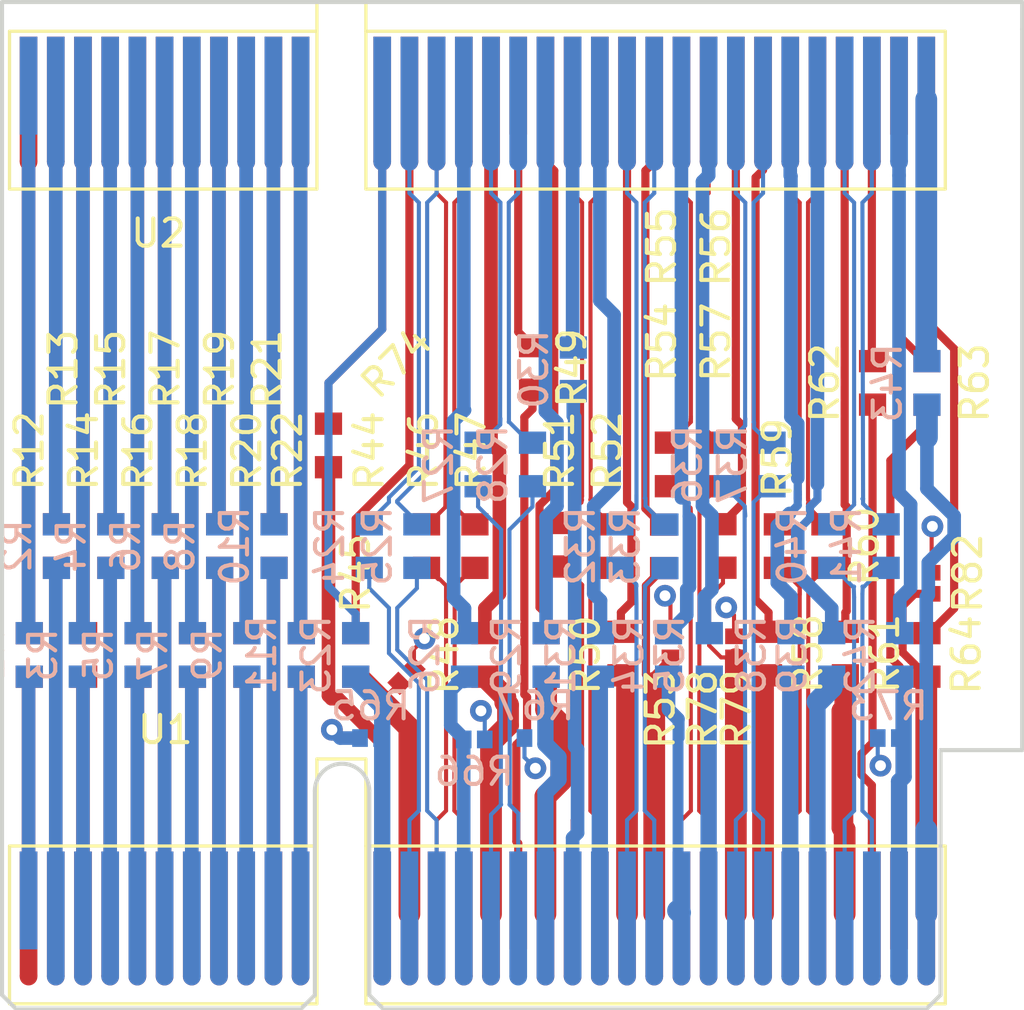
<source format=kicad_pcb>
(kicad_pcb (version 20171130) (host pcbnew "(5.0.0-rc2-dev-707-g2ed24a4)")
  (layers (0 F.Cu signal hide) (1 In1.Cu power hide) (2 In2.Cu power hide) (31 B.Cu signal hide) (34 B.Paste user hide) (35 F.Paste user hide) (36 B.SilkS user hide) (37 F.SilkS user) (38 B.Mask user hide) (39 F.Mask user) (44 Edge.Cuts user))
  (net 0 "")
  (net 1 "Net-(R1-Pad2)")
  (net 2 "Net-(R2-Pad2)")
  (net 3 "Net-(R3-Pad2)")
  (net 4 "Net-(R5-Pad2)")
  (net 5 "Net-(R6-Pad2)")
  (net 6 "Net-(R7-Pad2)")
  (net 7 "Net-(R8-Pad2)")
  (net 8 "Net-(R9-Pad2)")
  (net 9 "Net-(R10-Pad2)")
  (net 10 "Net-(R11-Pad2)")
  (net 11 "Net-(R12-Pad2)")
  (net 12 "Net-(R13-Pad2)")
  (net 13 "Net-(R14-Pad2)")
  (net 14 "Net-(R16-Pad2)")
  (net 15 "Net-(R17-Pad2)")
  (net 16 "Net-(R19-Pad2)")
  (net 17 "Net-(R20-Pad2)")
  (net 18 "Net-(R21-Pad2)")
  (net 19 "Net-(R22-Pad2)")
  (net 20 /PCIe_data/A12)
  (net 21 /PCIe_data/A15)
  (net 22 /PCIe_data/A18)
  (net 23 /PCIe_data/A19)
  (net 24 "Net-(R30-Pad2)")
  (net 25 /PCIe_data/A20)
  (net 26 /PCIe_data/A23)
  (net 27 /PCIe_data/A24)
  (net 28 /PCIe_data/A27)
  (net 29 /PCIe_data/A28)
  (net 30 /PCIe_data/A31)
  (net 31 /PCIe_data/A32)
  (net 32 "Net-(R44-Pad2)")
  (net 33 /PCIe_data/B12)
  (net 34 /PCIe_data/B13)
  (net 35 /PCIe_data/B16)
  (net 36 /PCIe_data/B17)
  (net 37 "Net-(R49-Pad2)")
  (net 38 /PCIe_data/B18)
  (net 39 /PCIe_data/B21)
  (net 40 /PCIe_data/B22)
  (net 41 /PCIe_data/B25)
  (net 42 /PCIe_data/B26)
  (net 43 /PCIe_data/B29)
  (net 44 "Net-(R62-Pad2)")
  (net 45 /PCIe_data/B30)
  (net 46 /PCIe_data/B31)
  (net 47 "Net-(R63-Pad2)")
  (net 48 /PCIe_data/B32)
  (net 49 /PCIe_Power/A1)
  (net 50 /PCIe_Power/A2)
  (net 51 /PCIe_Power/A3)
  (net 52 /PCIe_Power/A4)
  (net 53 /PCIe_Power/A5)
  (net 54 /PCIe_Power/A6)
  (net 55 /PCIe_Power/A7)
  (net 56 /PCIe_Power/A8)
  (net 57 /PCIe_Power/A9)
  (net 58 /PCIe_Power/A10)
  (net 59 /PCIe_Power/A11)
  (net 60 /PCIe_Power/B1)
  (net 61 /PCIe_Power/B2)
  (net 62 /PCIe_Power/B3)
  (net 63 /PCIe_Power/B4)
  (net 64 /PCIe_Power/B5)
  (net 65 /PCIe_Power/B6)
  (net 66 /PCIe_Power/B7)
  (net 67 /PCIe_Power/B8)
  (net 68 /PCIe_Power/B9)
  (net 69 /PCIe_Power/B10)
  (net 70 /PCIe_Power/B11)
  (net 71 /PCIe_data/REFCLKo_P)
  (net 72 /PCIe_data/REFCLK_P)
  (net 73 /PCIe_data/REFCLK_N)
  (net 74 /PCIe_data/REFCLKo_N)
  (net 75 /PCIe_data/I0_P)
  (net 76 /PCIe_data/R0_P)
  (net 77 /PCIe_data/R0_N)
  (net 78 /PCIe_data/I0_N)
  (net 79 /PCIe_data/R1_P)
  (net 80 /PCIe_data/I1_P)
  (net 81 /PCIe_data/I1_N)
  (net 82 /PCIe_data/R1_N)
  (net 83 /PCIe_data/R2_P)
  (net 84 /PCIe_data/I2_P)
  (net 85 /PCIe_data/I2_N)
  (net 86 /PCIe_data/R2_N)
  (net 87 /PCIe_data/R3_P)
  (net 88 /PCIe_data/I3_P)
  (net 89 /PCIe_data/I3_N)
  (net 90 /PCIe_data/R3_N)
  (net 91 /PCIe_data/O0_P)
  (net 92 /PCIe_data/T0_P)
  (net 93 /PCIe_data/T0_N)
  (net 94 /PCIe_data/O0_N)
  (net 95 /PCIe_data/T1_P)
  (net 96 /PCIe_data/O1_P)
  (net 97 /PCIe_data/O1_N)
  (net 98 /PCIe_data/T1_N)
  (net 99 /PCIe_data/T2_P)
  (net 100 /PCIe_data/O2_P)
  (net 101 /PCIe_data/O2_N)
  (net 102 /PCIe_data/T2_N)
  (net 103 /PCIe_data/T3_P)
  (net 104 /PCIe_data/O3_P)
  (net 105 /PCIe_data/O3_N)
  (net 106 /PCIe_data/T3_N)
  (net 107 /PCIe_Power/GNDA4)
  (net 108 /PCIe_Power/GNDB4)
  (net 109 /PCIe_Power/GNDB7)
  (net 110 /PCIe_data/GNDA15)
  (net 111 /PCIe_data/GNDA18)
  (net 112 /PCIe_data/GNDA20)
  (net 113 /PCIe_data/GNDA23)
  (net 114 /PCIe_data/GNDA24)
  (net 115 /PCIe_data/GNDA27)
  (net 116 /PCIe_data/GNDA28)
  (net 117 /PCIe_data/GNDA31)
  (net 118 /PCIe_data/GNDA32)
  (net 119 /PCIe_data/GNDB13)
  (net 120 /PCIe_data/GNDB16)
  (net 121 /PCIe_data/GNDB18)
  (net 122 /PCIe_data/GNDB21)
  (net 123 /PCIe_data/GNDB22)
  (net 124 /PCIe_data/GNDB25)
  (net 125 /PCIe_data/GNDB26)
  (net 126 /PCIe_data/GNDB29)
  (net 127 /PCIe_data/GNDB32)
  (net 128 /PCIe_data/GNDA)
  (net 129 /PCIe_data/GNDB)
  (net 130 /PCIe_data/GNDA12)
  (module Connector_PCBEdge:BUS_PCIexpress_x4 (layer F.Cu) (at -0.024999 0.025001)
    (fp_text reference U1 (at 5.024999 -6.275001) (layer F.SilkS))
    (fp_text value PCIexpress_x4)
    (pad B32 connect circle (at 33 2.8) (size 0.65 0.65) (layers F.Cu F.Mask) (net 127 /PCIe_data/GNDB32))
    (pad B32 connect rect (at 33 0.5) (size 0.65 4.6) (layers F.Cu F.Mask) (net 127 /PCIe_data/GNDB32))
    (pad A32 connect circle (at 33 2.8) (size 0.65 0.65) (layers B.Cu B.Mask) (net 118 /PCIe_data/GNDA32))
    (pad A32 connect rect (at 33 0.5) (size 0.65 4.6) (layers B.Cu B.Mask) (net 118 /PCIe_data/GNDA32))
    (pad B31 connect rect (at 32 0) (size 0.65 3.6) (layers F.Cu F.Mask) (net 47 "Net-(R63-Pad2)"))
    (pad A31 connect circle (at 32 2.8) (size 0.65 0.65) (layers B.Cu B.Mask) (net 117 /PCIe_data/GNDA31))
    (pad A31 connect rect (at 32 0.5) (size 0.65 4.6) (layers B.Cu B.Mask) (net 117 /PCIe_data/GNDA31))
    (pad B30 connect circle (at 31 2.8) (size 0.65 0.65) (layers F.Cu F.Mask) (net 44 "Net-(R62-Pad2)"))
    (pad B30 connect rect (at 31 0.5) (size 0.65 4.6) (layers F.Cu F.Mask) (net 44 "Net-(R62-Pad2)"))
    (pad A30 connect circle (at 31 2.8) (size 0.65 0.65) (layers B.Cu B.Mask) (net 89 /PCIe_data/I3_N))
    (pad A30 connect rect (at 31 0.5) (size 0.65 4.6) (layers B.Cu B.Mask) (net 89 /PCIe_data/I3_N))
    (pad B29 connect circle (at 30 2.8) (size 0.65 0.65) (layers F.Cu F.Mask) (net 126 /PCIe_data/GNDB29))
    (pad B29 connect rect (at 30 0.5) (size 0.65 4.6) (layers F.Cu F.Mask) (net 126 /PCIe_data/GNDB29))
    (pad A29 connect circle (at 30 2.8) (size 0.65 0.65) (layers B.Cu B.Mask) (net 88 /PCIe_data/I3_P))
    (pad A29 connect rect (at 30 0.5) (size 0.65 4.6) (layers B.Cu B.Mask) (net 88 /PCIe_data/I3_P))
    (pad B28 connect circle (at 29 2.8) (size 0.65 0.65) (layers F.Cu F.Mask) (net 105 /PCIe_data/O3_N))
    (pad B28 connect rect (at 29 0.5) (size 0.65 4.6) (layers F.Cu F.Mask) (net 105 /PCIe_data/O3_N))
    (pad A28 connect circle (at 29 2.8) (size 0.65 0.65) (layers B.Cu B.Mask) (net 116 /PCIe_data/GNDA28))
    (pad A28 connect rect (at 29 0.5) (size 0.65 4.6) (layers B.Cu B.Mask) (net 116 /PCIe_data/GNDA28))
    (pad B27 connect circle (at 28 2.8) (size 0.65 0.65) (layers F.Cu F.Mask) (net 104 /PCIe_data/O3_P))
    (pad B27 connect rect (at 28 0.5) (size 0.65 4.6) (layers F.Cu F.Mask) (net 104 /PCIe_data/O3_P))
    (pad A27 connect circle (at 28 2.8) (size 0.65 0.65) (layers B.Cu B.Mask) (net 115 /PCIe_data/GNDA27))
    (pad A27 connect rect (at 28 0.5) (size 0.65 4.6) (layers B.Cu B.Mask) (net 115 /PCIe_data/GNDA27))
    (pad B26 connect circle (at 27 2.8) (size 0.65 0.65) (layers F.Cu F.Mask) (net 125 /PCIe_data/GNDB26))
    (pad B26 connect rect (at 27 0.5) (size 0.65 4.6) (layers F.Cu F.Mask) (net 125 /PCIe_data/GNDB26))
    (pad A26 connect circle (at 27 2.8) (size 0.65 0.65) (layers B.Cu B.Mask) (net 85 /PCIe_data/I2_N))
    (pad A26 connect rect (at 27 0.5) (size 0.65 4.6) (layers B.Cu B.Mask) (net 85 /PCIe_data/I2_N))
    (pad B25 connect circle (at 26 2.8) (size 0.65 0.65) (layers F.Cu F.Mask) (net 124 /PCIe_data/GNDB25))
    (pad B25 connect rect (at 26 0.5) (size 0.65 4.6) (layers F.Cu F.Mask) (net 124 /PCIe_data/GNDB25))
    (pad A25 connect circle (at 26 2.8) (size 0.65 0.65) (layers B.Cu B.Mask) (net 84 /PCIe_data/I2_P))
    (pad A25 connect rect (at 26 0.5) (size 0.65 4.6) (layers B.Cu B.Mask) (net 84 /PCIe_data/I2_P))
    (pad B24 connect circle (at 25 2.8) (size 0.65 0.65) (layers F.Cu F.Mask) (net 101 /PCIe_data/O2_N))
    (pad B24 connect rect (at 25 0.5) (size 0.65 4.6) (layers F.Cu F.Mask) (net 101 /PCIe_data/O2_N))
    (pad A24 connect circle (at 25 2.8) (size 0.65 0.65) (layers B.Cu B.Mask) (net 114 /PCIe_data/GNDA24))
    (pad A24 connect rect (at 25 0.5) (size 0.65 4.6) (layers B.Cu B.Mask) (net 114 /PCIe_data/GNDA24))
    (pad B23 connect circle (at 24 2.8) (size 0.65 0.65) (layers F.Cu F.Mask) (net 100 /PCIe_data/O2_P))
    (pad B23 connect rect (at 24 0.5) (size 0.65 4.6) (layers F.Cu F.Mask) (net 100 /PCIe_data/O2_P))
    (pad A23 connect circle (at 24 2.8) (size 0.65 0.65) (layers B.Cu B.Mask) (net 113 /PCIe_data/GNDA23))
    (pad A23 connect rect (at 24 0.5) (size 0.65 4.6) (layers B.Cu B.Mask) (net 113 /PCIe_data/GNDA23))
    (pad B22 connect circle (at 23 2.8) (size 0.65 0.65) (layers F.Cu F.Mask) (net 123 /PCIe_data/GNDB22))
    (pad B22 connect rect (at 23 0.5) (size 0.65 4.6) (layers F.Cu F.Mask) (net 123 /PCIe_data/GNDB22))
    (pad A22 connect circle (at 23 2.8) (size 0.65 0.65) (layers B.Cu B.Mask) (net 81 /PCIe_data/I1_N))
    (pad A22 connect rect (at 23 0.5) (size 0.65 4.6) (layers B.Cu B.Mask) (net 81 /PCIe_data/I1_N))
    (pad B21 connect circle (at 22 2.8) (size 0.65 0.65) (layers F.Cu F.Mask) (net 122 /PCIe_data/GNDB21))
    (pad B21 connect rect (at 22 0.5) (size 0.65 4.6) (layers F.Cu F.Mask) (net 122 /PCIe_data/GNDB21))
    (pad A21 connect circle (at 22 2.8) (size 0.65 0.65) (layers B.Cu B.Mask) (net 80 /PCIe_data/I1_P))
    (pad A21 connect rect (at 22 0.5) (size 0.65 4.6) (layers B.Cu B.Mask) (net 80 /PCIe_data/I1_P))
    (pad B20 connect circle (at 21 2.8) (size 0.65 0.65) (layers F.Cu F.Mask) (net 97 /PCIe_data/O1_N))
    (pad B20 connect rect (at 21 0.5) (size 0.65 4.6) (layers F.Cu F.Mask) (net 97 /PCIe_data/O1_N))
    (pad A20 connect circle (at 21 2.8) (size 0.65 0.65) (layers B.Cu B.Mask) (net 112 /PCIe_data/GNDA20))
    (pad A20 connect rect (at 21 0.5) (size 0.65 4.6) (layers B.Cu B.Mask) (net 112 /PCIe_data/GNDA20))
    (pad B19 connect circle (at 20 2.8) (size 0.65 0.65) (layers F.Cu F.Mask) (net 96 /PCIe_data/O1_P))
    (pad B19 connect rect (at 20 0.5) (size 0.65 4.6) (layers F.Cu F.Mask) (net 96 /PCIe_data/O1_P))
    (pad A19 connect circle (at 20 2.8) (size 0.65 0.65) (layers B.Cu B.Mask) (net 24 "Net-(R30-Pad2)"))
    (pad A19 connect rect (at 20 0.5) (size 0.65 4.6) (layers B.Cu B.Mask) (net 24 "Net-(R30-Pad2)"))
    (pad B18 connect circle (at 19 2.8) (size 0.65 0.65) (layers F.Cu F.Mask) (net 121 /PCIe_data/GNDB18))
    (pad B18 connect rect (at 19 0.5) (size 0.65 4.6) (layers F.Cu F.Mask) (net 121 /PCIe_data/GNDB18))
    (pad A18 connect circle (at 19 2.8) (size 0.65 0.65) (layers B.Cu B.Mask) (net 111 /PCIe_data/GNDA18))
    (pad A18 connect rect (at 19 0.5) (size 0.65 4.6) (layers B.Cu B.Mask) (net 111 /PCIe_data/GNDA18))
    (pad B17 connect rect (at 18 0) (size 0.65 3.6) (layers F.Cu F.Mask) (net 37 "Net-(R49-Pad2)"))
    (pad A17 connect circle (at 18 2.8) (size 0.65 0.65) (layers B.Cu B.Mask) (net 78 /PCIe_data/I0_N))
    (pad A17 connect rect (at 18 0.5) (size 0.65 4.6) (layers B.Cu B.Mask) (net 78 /PCIe_data/I0_N))
    (pad B16 connect circle (at 17 2.8) (size 0.65 0.65) (layers F.Cu F.Mask) (net 120 /PCIe_data/GNDB16))
    (pad B16 connect rect (at 17 0.5) (size 0.65 4.6) (layers F.Cu F.Mask) (net 120 /PCIe_data/GNDB16))
    (pad A16 connect circle (at 17 2.8) (size 0.65 0.65) (layers B.Cu B.Mask) (net 75 /PCIe_data/I0_P))
    (pad A16 connect rect (at 17 0.5) (size 0.65 4.6) (layers B.Cu B.Mask) (net 75 /PCIe_data/I0_P))
    (pad B15 connect circle (at 16 2.8) (size 0.65 0.65) (layers F.Cu F.Mask) (net 94 /PCIe_data/O0_N))
    (pad B15 connect rect (at 16 0.5) (size 0.65 4.6) (layers F.Cu F.Mask) (net 94 /PCIe_data/O0_N))
    (pad A15 connect circle (at 16 2.8) (size 0.65 0.65) (layers B.Cu B.Mask) (net 110 /PCIe_data/GNDA15))
    (pad A15 connect rect (at 16 0.5) (size 0.65 4.6) (layers B.Cu B.Mask) (net 110 /PCIe_data/GNDA15))
    (pad B14 connect circle (at 15 2.8) (size 0.65 0.65) (layers F.Cu F.Mask) (net 91 /PCIe_data/O0_P))
    (pad B14 connect rect (at 15 0.5) (size 0.65 4.6) (layers F.Cu F.Mask) (net 91 /PCIe_data/O0_P))
    (pad A14 connect circle (at 15 2.8) (size 0.65 0.65) (layers B.Cu B.Mask) (net 73 /PCIe_data/REFCLK_N))
    (pad A14 connect rect (at 15 0.5) (size 0.65 4.6) (layers B.Cu B.Mask) (net 73 /PCIe_data/REFCLK_N))
    (pad B13 connect circle (at 14 2.8) (size 0.65 0.65) (layers F.Cu F.Mask) (net 119 /PCIe_data/GNDB13))
    (pad B13 connect rect (at 14 0.5) (size 0.65 4.6) (layers F.Cu F.Mask) (net 119 /PCIe_data/GNDB13))
    (pad A13 connect circle (at 14 2.8) (size 0.65 0.65) (layers B.Cu B.Mask) (net 72 /PCIe_data/REFCLK_P))
    (pad A13 connect rect (at 14 0.5) (size 0.65 4.6) (layers B.Cu B.Mask) (net 72 /PCIe_data/REFCLK_P))
    (pad B12 connect circle (at 13 2.8) (size 0.65 0.65) (layers F.Cu F.Mask) (net 32 "Net-(R44-Pad2)"))
    (pad B12 connect rect (at 13 0.5) (size 0.65 4.6) (layers F.Cu F.Mask) (net 32 "Net-(R44-Pad2)"))
    (pad A12 connect circle (at 13 2.8) (size 0.65 0.65) (layers B.Cu B.Mask) (net 130 /PCIe_data/GNDA12))
    (pad A12 connect rect (at 13 0.5) (size 0.65 4.6) (layers B.Cu B.Mask) (net 130 /PCIe_data/GNDA12))
    (pad B11 connect circle (at 10 2.8) (size 0.65 0.65) (layers F.Cu F.Mask) (net 19 "Net-(R22-Pad2)"))
    (pad B11 connect rect (at 10 0.5) (size 0.65 4.6) (layers F.Cu F.Mask) (net 19 "Net-(R22-Pad2)"))
    (pad A11 connect circle (at 10 2.8) (size 0.65 0.65) (layers B.Cu B.Mask) (net 10 "Net-(R11-Pad2)"))
    (pad A11 connect rect (at 10 0.5) (size 0.65 4.6) (layers B.Cu B.Mask) (net 10 "Net-(R11-Pad2)"))
    (pad B10 connect circle (at 9 2.8) (size 0.65 0.65) (layers F.Cu F.Mask) (net 18 "Net-(R21-Pad2)"))
    (pad B10 connect rect (at 9 0.5) (size 0.65 4.6) (layers F.Cu F.Mask) (net 18 "Net-(R21-Pad2)"))
    (pad A10 connect circle (at 9 2.8) (size 0.65 0.65) (layers B.Cu B.Mask) (net 9 "Net-(R10-Pad2)"))
    (pad A10 connect rect (at 9 0.5) (size 0.65 4.6) (layers B.Cu B.Mask) (net 9 "Net-(R10-Pad2)"))
    (pad B9 connect circle (at 8 2.8) (size 0.65 0.65) (layers F.Cu F.Mask) (net 17 "Net-(R20-Pad2)"))
    (pad B9 connect rect (at 8 0.5) (size 0.65 4.6) (layers F.Cu F.Mask) (net 17 "Net-(R20-Pad2)"))
    (pad A9 connect circle (at 8 2.8) (size 0.65 0.65) (layers B.Cu B.Mask) (net 8 "Net-(R9-Pad2)"))
    (pad A9 connect rect (at 8 0.5) (size 0.65 4.6) (layers B.Cu B.Mask) (net 8 "Net-(R9-Pad2)"))
    (pad B8 connect circle (at 7 2.8) (size 0.65 0.65) (layers F.Cu F.Mask) (net 16 "Net-(R19-Pad2)"))
    (pad B8 connect rect (at 7 0.5) (size 0.65 4.6) (layers F.Cu F.Mask) (net 16 "Net-(R19-Pad2)"))
    (pad A8 connect circle (at 7 2.8) (size 0.65 0.65) (layers B.Cu B.Mask) (net 7 "Net-(R8-Pad2)"))
    (pad A8 connect rect (at 7 0.5) (size 0.65 4.6) (layers B.Cu B.Mask) (net 7 "Net-(R8-Pad2)"))
    (pad B7 connect circle (at 6 2.8) (size 0.65 0.65) (layers F.Cu F.Mask) (net 109 /PCIe_Power/GNDB7))
    (pad B7 connect rect (at 6 0.5) (size 0.65 4.6) (layers F.Cu F.Mask) (net 109 /PCIe_Power/GNDB7))
    (pad A7 connect circle (at 6 2.8) (size 0.65 0.65) (layers B.Cu B.Mask) (net 6 "Net-(R7-Pad2)"))
    (pad A7 connect rect (at 6 0.5) (size 0.65 4.6) (layers B.Cu B.Mask) (net 6 "Net-(R7-Pad2)"))
    (pad B6 connect circle (at 5 2.8) (size 0.65 0.65) (layers F.Cu F.Mask) (net 15 "Net-(R17-Pad2)"))
    (pad B6 connect rect (at 5 0.5) (size 0.65 4.6) (layers F.Cu F.Mask) (net 15 "Net-(R17-Pad2)"))
    (pad A6 connect circle (at 5 2.8) (size 0.65 0.65) (layers B.Cu B.Mask) (net 5 "Net-(R6-Pad2)"))
    (pad A6 connect rect (at 5 0.5) (size 0.65 4.6) (layers B.Cu B.Mask) (net 5 "Net-(R6-Pad2)"))
    (pad B5 connect circle (at 4 2.8) (size 0.65 0.65) (layers F.Cu F.Mask) (net 14 "Net-(R16-Pad2)"))
    (pad B5 connect rect (at 4 0.5) (size 0.65 4.6) (layers F.Cu F.Mask) (net 14 "Net-(R16-Pad2)"))
    (pad A5 connect circle (at 4 2.8) (size 0.65 0.65) (layers B.Cu B.Mask) (net 4 "Net-(R5-Pad2)"))
    (pad A5 connect rect (at 4 0.5) (size 0.65 4.6) (layers B.Cu B.Mask) (net 4 "Net-(R5-Pad2)"))
    (pad B4 connect circle (at 3 2.8) (size 0.65 0.65) (layers F.Cu F.Mask) (net 108 /PCIe_Power/GNDB4))
    (pad B4 connect rect (at 3 0.5) (size 0.65 4.6) (layers F.Cu F.Mask) (net 108 /PCIe_Power/GNDB4))
    (pad A4 connect circle (at 3 2.8) (size 0.65 0.65) (layers B.Cu B.Mask) (net 107 /PCIe_Power/GNDA4))
    (pad A4 connect rect (at 3 0.5) (size 0.65 4.6) (layers B.Cu B.Mask) (net 107 /PCIe_Power/GNDA4))
    (pad B3 connect circle (at 2 2.8) (size 0.65 0.65) (layers F.Cu F.Mask) (net 13 "Net-(R14-Pad2)"))
    (pad B3 connect rect (at 2 0.5) (size 0.65 4.6) (layers F.Cu F.Mask) (net 13 "Net-(R14-Pad2)"))
    (pad A3 connect circle (at 2 2.8) (size 0.65 0.65) (layers B.Cu B.Mask) (net 3 "Net-(R3-Pad2)"))
    (pad A3 connect rect (at 2 0.5) (size 0.65 4.6) (layers B.Cu B.Mask) (net 3 "Net-(R3-Pad2)"))
    (pad B2 connect circle (at 1 2.8) (size 0.65 0.65) (layers F.Cu F.Mask) (net 12 "Net-(R13-Pad2)"))
    (pad B2 connect rect (at 1 0.5) (size 0.65 4.6) (layers F.Cu F.Mask) (net 12 "Net-(R13-Pad2)"))
    (pad A2 connect circle (at 1 2.8) (size 0.65 0.65) (layers B.Cu B.Mask) (net 2 "Net-(R2-Pad2)"))
    (pad A2 connect rect (at 1 0.5) (size 0.65 4.6) (layers B.Cu B.Mask) (net 2 "Net-(R2-Pad2)"))
    (pad B1 connect circle (at 0 2.8) (size 0.65 0.65) (layers F.Cu F.Mask) (net 11 "Net-(R12-Pad2)"))
    (pad B1 connect rect (at 0 0.5) (size 0.65 4.6) (layers F.Cu F.Mask) (net 11 "Net-(R12-Pad2)"))
    (pad A1 connect rect (at 0 0) (size 0.65 3.6) (layers B.Cu B.Mask) (net 1 "Net-(R1-Pad2)"))
  )
  (module Resistor_SMD:R_0603_1608Metric (layer B.Cu) (at 0 -9 270)
    (fp_text reference R1 (at 0 1.45 270) (layer B.SilkS) (effects (justify mirror)))
    (fp_text value 0R)
    (pad 2 smd rect (at 0.8 0 270) (size 0.82 1) (layers B.Cu B.Paste B.Mask) (net 1 "Net-(R1-Pad2)"))
    (pad 1 smd rect (at -0.8 0 270) (size 0.82 1) (layers B.Cu B.Paste B.Mask) (net 49 /PCIe_Power/A1))
  )
  (module Resistor_SMD:R_0603_1608Metric (layer B.Cu) (at 1 -13 270)
    (fp_text reference R2 (at 0 1.45 270) (layer B.SilkS) (effects (justify mirror)))
    (fp_text value 0R)
    (pad 2 smd rect (at 0.8 0 270) (size 0.82 1) (layers B.Cu B.Paste B.Mask) (net 2 "Net-(R2-Pad2)"))
    (pad 1 smd rect (at -0.8 0 270) (size 0.82 1) (layers B.Cu B.Paste B.Mask) (net 50 /PCIe_Power/A2))
  )
  (module Resistor_SMD:R_0603_1608Metric (layer B.Cu) (at 1.95 -9 270)
    (fp_text reference R3 (at 0 1.45 270) (layer B.SilkS) (effects (justify mirror)))
    (fp_text value 0R)
    (pad 2 smd rect (at 0.8 0 270) (size 0.82 1) (layers B.Cu B.Paste B.Mask) (net 3 "Net-(R3-Pad2)"))
    (pad 1 smd rect (at -0.8 0 270) (size 0.82 1) (layers B.Cu B.Paste B.Mask) (net 51 /PCIe_Power/A3))
  )
  (module Resistor_SMD:R_0603_1608Metric (layer B.Cu) (at 3 -13 270)
    (fp_text reference R4 (at 0 1.45 270) (layer B.SilkS) (effects (justify mirror)))
    (fp_text value 0R)
    (pad 2 smd rect (at 0.8 0 270) (size 0.82 1) (layers B.Cu B.Paste B.Mask) (net 107 /PCIe_Power/GNDA4))
    (pad 1 smd rect (at -0.8 0 270) (size 0.82 1) (layers B.Cu B.Paste B.Mask) (net 52 /PCIe_Power/A4))
  )
  (module Resistor_SMD:R_0603_1608Metric (layer B.Cu) (at 4 -9 270)
    (fp_text reference R5 (at 0 1.45 270) (layer B.SilkS) (effects (justify mirror)))
    (fp_text value 0R)
    (pad 2 smd rect (at 0.8 0 270) (size 0.82 1) (layers B.Cu B.Paste B.Mask) (net 4 "Net-(R5-Pad2)"))
    (pad 1 smd rect (at -0.8 0 270) (size 0.82 1) (layers B.Cu B.Paste B.Mask) (net 53 /PCIe_Power/A5))
  )
  (module Resistor_SMD:R_0603_1608Metric (layer B.Cu) (at 5 -13 270)
    (fp_text reference R6 (at 0 1.45 270) (layer B.SilkS) (effects (justify mirror)))
    (fp_text value 0R)
    (pad 2 smd rect (at 0.8 0 270) (size 0.82 1) (layers B.Cu B.Paste B.Mask) (net 5 "Net-(R6-Pad2)"))
    (pad 1 smd rect (at -0.8 0 270) (size 0.82 1) (layers B.Cu B.Paste B.Mask) (net 54 /PCIe_Power/A6))
  )
  (module Resistor_SMD:R_0603_1608Metric (layer B.Cu) (at 6 -9 270)
    (fp_text reference R7 (at 0 1.45 270) (layer B.SilkS) (effects (justify mirror)))
    (fp_text value 0R)
    (pad 2 smd rect (at 0.8 0 270) (size 0.82 1) (layers B.Cu B.Paste B.Mask) (net 6 "Net-(R7-Pad2)"))
    (pad 1 smd rect (at -0.8 0 270) (size 0.82 1) (layers B.Cu B.Paste B.Mask) (net 55 /PCIe_Power/A7))
  )
  (module Resistor_SMD:R_0603_1608Metric (layer B.Cu) (at 7 -13 270)
    (fp_text reference R8 (at 0 1.45 270) (layer B.SilkS) (effects (justify mirror)))
    (fp_text value 0R)
    (pad 2 smd rect (at 0.8 0 270) (size 0.82 1) (layers B.Cu B.Paste B.Mask) (net 7 "Net-(R8-Pad2)"))
    (pad 1 smd rect (at -0.8 0 270) (size 0.82 1) (layers B.Cu B.Paste B.Mask) (net 56 /PCIe_Power/A8))
  )
  (module Resistor_SMD:R_0603_1608Metric (layer B.Cu) (at 8 -9 270)
    (fp_text reference R9 (at 0 1.45 270) (layer B.SilkS) (effects (justify mirror)))
    (fp_text value 0R)
    (pad 2 smd rect (at 0.8 0 270) (size 0.82 1) (layers B.Cu B.Paste B.Mask) (net 8 "Net-(R9-Pad2)"))
    (pad 1 smd rect (at -0.8 0 270) (size 0.82 1) (layers B.Cu B.Paste B.Mask) (net 57 /PCIe_Power/A9))
  )
  (module Resistor_SMD:R_0603_1608Metric (layer B.Cu) (at 9 -13 270)
    (fp_text reference R10 (at 0 1.45 270) (layer B.SilkS) (effects (justify mirror)))
    (fp_text value 0R)
    (pad 2 smd rect (at 0.8 0 270) (size 0.82 1) (layers B.Cu B.Paste B.Mask) (net 9 "Net-(R10-Pad2)"))
    (pad 1 smd rect (at -0.8 0 270) (size 0.82 1) (layers B.Cu B.Paste B.Mask) (net 58 /PCIe_Power/A10))
  )
  (module Resistor_SMD:R_0603_1608Metric (layer B.Cu) (at 10 -9 270)
    (fp_text reference R11 (at 0 1.45 270) (layer B.SilkS) (effects (justify mirror)))
    (fp_text value 0R)
    (pad 2 smd rect (at 0.8 0 270) (size 0.82 1) (layers B.Cu B.Paste B.Mask) (net 10 "Net-(R11-Pad2)"))
    (pad 1 smd rect (at -0.8 0 270) (size 0.82 1) (layers B.Cu B.Paste B.Mask) (net 59 /PCIe_Power/A11))
  )
  (module Resistor_SMD:R_0603_1608Metric (layer F.Cu) (at 0 -9 270)
    (fp_text reference R12 (at -7.5 0 270) (layer F.SilkS))
    (fp_text value 0R)
    (pad 2 smd rect (at 0.8 0 270) (size 0.82 1) (layers F.Cu F.Paste F.Mask) (net 11 "Net-(R12-Pad2)"))
    (pad 1 smd rect (at -0.8 0 270) (size 0.82 1) (layers F.Cu F.Paste F.Mask) (net 60 /PCIe_Power/B1))
  )
  (module Resistor_SMD:R_0603_1608Metric (layer F.Cu) (at 1 -13 270)
    (fp_text reference R13 (at -6.5 -0.25 270) (layer F.SilkS))
    (fp_text value 0R)
    (pad 2 smd rect (at 0.8 0 270) (size 0.82 1) (layers F.Cu F.Paste F.Mask) (net 12 "Net-(R13-Pad2)"))
    (pad 1 smd rect (at -0.8 0 270) (size 0.82 1) (layers F.Cu F.Paste F.Mask) (net 61 /PCIe_Power/B2))
  )
  (module Resistor_SMD:R_0603_1608Metric (layer F.Cu) (at 2 -9 270)
    (fp_text reference R14 (at -7.5 0 270) (layer F.SilkS))
    (fp_text value 0R)
    (pad 2 smd rect (at 0.8 0 270) (size 0.82 1) (layers F.Cu F.Paste F.Mask) (net 13 "Net-(R14-Pad2)"))
    (pad 1 smd rect (at -0.8 0 270) (size 0.82 1) (layers F.Cu F.Paste F.Mask) (net 62 /PCIe_Power/B3))
  )
  (module Resistor_SMD:R_0603_1608Metric (layer F.Cu) (at 3 -13 270)
    (fp_text reference R15 (at -6.5 0 270) (layer F.SilkS))
    (fp_text value 0R)
    (pad 2 smd rect (at 0.8 0 270) (size 0.82 1) (layers F.Cu F.Paste F.Mask) (net 108 /PCIe_Power/GNDB4))
    (pad 1 smd rect (at -0.8 0 270) (size 0.82 1) (layers F.Cu F.Paste F.Mask) (net 63 /PCIe_Power/B4))
  )
  (module Resistor_SMD:R_0603_1608Metric (layer F.Cu) (at 4 -9 270)
    (fp_text reference R16 (at -7.5 0 270) (layer F.SilkS))
    (fp_text value 0R)
    (pad 2 smd rect (at 0.8 0 270) (size 0.82 1) (layers F.Cu F.Paste F.Mask) (net 14 "Net-(R16-Pad2)"))
    (pad 1 smd rect (at -0.8 0 270) (size 0.82 1) (layers F.Cu F.Paste F.Mask) (net 64 /PCIe_Power/B5))
  )
  (module Resistor_SMD:R_0603_1608Metric (layer F.Cu) (at 5 -13 270)
    (fp_text reference R17 (at -6.5 0 270) (layer F.SilkS))
    (fp_text value 0R)
    (pad 2 smd rect (at 0.8 0 270) (size 0.82 1) (layers F.Cu F.Paste F.Mask) (net 15 "Net-(R17-Pad2)"))
    (pad 1 smd rect (at -0.8 0 270) (size 0.82 1) (layers F.Cu F.Paste F.Mask) (net 65 /PCIe_Power/B6))
  )
  (module Resistor_SMD:R_0603_1608Metric (layer F.Cu) (at 6 -9 270)
    (fp_text reference R18 (at -7.5 0 270) (layer F.SilkS))
    (fp_text value 0R)
    (pad 2 smd rect (at 0.8 0 270) (size 0.82 1) (layers F.Cu F.Paste F.Mask) (net 109 /PCIe_Power/GNDB7))
    (pad 1 smd rect (at -0.8 0 270) (size 0.82 1) (layers F.Cu F.Paste F.Mask) (net 66 /PCIe_Power/B7))
  )
  (module Resistor_SMD:R_0603_1608Metric (layer F.Cu) (at 7 -13 270)
    (fp_text reference R19 (at -6.5 0 270) (layer F.SilkS))
    (fp_text value 0R)
    (pad 2 smd rect (at 0.8 0 270) (size 0.82 1) (layers F.Cu F.Paste F.Mask) (net 16 "Net-(R19-Pad2)"))
    (pad 1 smd rect (at -0.8 0 270) (size 0.82 1) (layers F.Cu F.Paste F.Mask) (net 67 /PCIe_Power/B8))
  )
  (module Resistor_SMD:R_0603_1608Metric (layer F.Cu) (at 8 -9 270)
    (fp_text reference R20 (at -7.5 0 270) (layer F.SilkS))
    (fp_text value 0R)
    (pad 2 smd rect (at 0.8 0 270) (size 0.82 1) (layers F.Cu F.Paste F.Mask) (net 17 "Net-(R20-Pad2)"))
    (pad 1 smd rect (at -0.8 0 270) (size 0.82 1) (layers F.Cu F.Paste F.Mask) (net 68 /PCIe_Power/B9))
  )
  (module Resistor_SMD:R_0603_1608Metric (layer F.Cu) (at 9 -13 270)
    (fp_text reference R21 (at -6.5 0.25 270) (layer F.SilkS))
    (fp_text value 0R)
    (pad 2 smd rect (at 0.8 0 270) (size 0.82 1) (layers F.Cu F.Paste F.Mask) (net 18 "Net-(R21-Pad2)"))
    (pad 1 smd rect (at -0.8 0 270) (size 0.82 1) (layers F.Cu F.Paste F.Mask) (net 69 /PCIe_Power/B10))
  )
  (module Resistor_SMD:R_0603_1608Metric (layer F.Cu) (at 10 -9 270)
    (fp_text reference R22 (at -7.5 0.5 270) (layer F.SilkS))
    (fp_text value 0R)
    (pad 2 smd rect (at 0.8 0 270) (size 0.82 1) (layers F.Cu F.Paste F.Mask) (net 19 "Net-(R22-Pad2)"))
    (pad 1 smd rect (at -0.8 0 270) (size 0.82 1) (layers F.Cu F.Paste F.Mask) (net 70 /PCIe_Power/B11))
  )
  (module Resistor_SMD:R_0603_1608Metric (layer B.Cu) (at 12 -9 270)
    (fp_text reference R23 (at 0 1.45 270) (layer B.SilkS) (effects (justify mirror)))
    (fp_text value 0R)
    (pad 2 smd rect (at 0.8 0 270) (size 0.82 1) (layers B.Cu B.Paste B.Mask) (net 130 /PCIe_data/GNDA12))
    (pad 1 smd rect (at -0.8 0 270) (size 0.82 1) (layers B.Cu B.Paste B.Mask) (net 20 /PCIe_data/A12))
  )
  (module Resistor_SMD:R_0603_1608Metric (layer B.Cu) (at 12.5 -13 270)
    (fp_text reference R24 (at 0 1.45 270) (layer B.SilkS) (effects (justify mirror)))
    (fp_text value 0R)
    (pad 2 smd rect (at 0.8 0 270) (size 0.82 1) (layers B.Cu B.Paste B.Mask) (net 72 /PCIe_data/REFCLK_P))
    (pad 1 smd rect (at -0.8 0 270) (size 0.82 1) (layers B.Cu B.Paste B.Mask) (net 71 /PCIe_data/REFCLKo_P))
  )
  (module Resistor_SMD:R_0603_1608Metric (layer B.Cu) (at 14.25 -13 270)
    (fp_text reference R25 (at 0 1.45 270) (layer B.SilkS) (effects (justify mirror)))
    (fp_text value 0R)
    (pad 2 smd rect (at 0.8 0 270) (size 0.82 1) (layers B.Cu B.Paste B.Mask) (net 73 /PCIe_data/REFCLK_N))
    (pad 1 smd rect (at -0.8 0 270) (size 0.82 1) (layers B.Cu B.Paste B.Mask) (net 74 /PCIe_data/REFCLKo_N))
  )
  (module Resistor_SMD:R_0603_1608Metric (layer B.Cu) (at 16 -9 270)
    (fp_text reference R26 (at 0 1.45 270) (layer B.SilkS) (effects (justify mirror)))
    (fp_text value 0R)
    (pad 2 smd rect (at 0.8 0 270) (size 0.82 1) (layers B.Cu B.Paste B.Mask) (net 110 /PCIe_data/GNDA15))
    (pad 1 smd rect (at -0.8 0 270) (size 0.82 1) (layers B.Cu B.Paste B.Mask) (net 21 /PCIe_data/A15))
  )
  (module Resistor_SMD:R_0603_1608Metric (layer B.Cu) (at 16.5 -16 270)
    (fp_text reference R27 (at 0 1.45 270) (layer B.SilkS) (effects (justify mirror)))
    (fp_text value 0R)
    (pad 2 smd rect (at 0.8 0 270) (size 0.82 1) (layers B.Cu B.Paste B.Mask) (net 75 /PCIe_data/I0_P))
    (pad 1 smd rect (at -0.8 0 270) (size 0.82 1) (layers B.Cu B.Paste B.Mask) (net 76 /PCIe_data/R0_P))
  )
  (module Resistor_SMD:R_0603_1608Metric (layer B.Cu) (at 18.5 -16 270)
    (fp_text reference R28 (at 0 1.45 270) (layer B.SilkS) (effects (justify mirror)))
    (fp_text value 0R)
    (pad 2 smd rect (at 0.8 0 270) (size 0.82 1) (layers B.Cu B.Paste B.Mask) (net 78 /PCIe_data/I0_N))
    (pad 1 smd rect (at -0.8 0 270) (size 0.82 1) (layers B.Cu B.Paste B.Mask) (net 77 /PCIe_data/R0_N))
  )
  (module Resistor_SMD:R_0603_1608Metric (layer B.Cu) (at 19 -9 270)
    (fp_text reference R29 (at 0 1.45 270) (layer B.SilkS) (effects (justify mirror)))
    (fp_text value 0R)
    (pad 2 smd rect (at 0.8 0 270) (size 0.82 1) (layers B.Cu B.Paste B.Mask) (net 111 /PCIe_data/GNDA18))
    (pad 1 smd rect (at -0.8 0 270) (size 0.82 1) (layers B.Cu B.Paste B.Mask) (net 22 /PCIe_data/A18))
  )
  (module Resistor_SMD:R_0603_1608Metric (layer B.Cu) (at 20 -19.5 270)
    (fp_text reference R30 (at 0 1.45 270) (layer B.SilkS) (effects (justify mirror)))
    (fp_text value 0R)
    (pad 2 smd rect (at 0.8 0 270) (size 0.82 1) (layers B.Cu B.Paste B.Mask) (net 24 "Net-(R30-Pad2)"))
    (pad 1 smd rect (at -0.8 0 270) (size 0.82 1) (layers B.Cu B.Paste B.Mask) (net 23 /PCIe_data/A19))
  )
  (module Resistor_SMD:R_0603_1608Metric (layer B.Cu) (at 21 -9 270)
    (fp_text reference R31 (at 0 1.45 270) (layer B.SilkS) (effects (justify mirror)))
    (fp_text value 0R)
    (pad 2 smd rect (at 0.8 0 270) (size 0.82 1) (layers B.Cu B.Paste B.Mask) (net 112 /PCIe_data/GNDA20))
    (pad 1 smd rect (at -0.8 0 270) (size 0.82 1) (layers B.Cu B.Paste B.Mask) (net 25 /PCIe_data/A20))
  )
  (module Resistor_SMD:R_0603_1608Metric (layer B.Cu) (at 21.717 -13 270)
    (fp_text reference R32 (at 0 1.45 270) (layer B.SilkS) (effects (justify mirror)))
    (fp_text value 0R)
    (pad 2 smd rect (at 0.8 0 270) (size 0.82 1) (layers B.Cu B.Paste B.Mask) (net 80 /PCIe_data/I1_P))
    (pad 1 smd rect (at -0.8 0 270) (size 0.82 1) (layers B.Cu B.Paste B.Mask) (net 79 /PCIe_data/R1_P))
  )
  (module Resistor_SMD:R_0603_1608Metric (layer B.Cu) (at 23.368 -12.992 270)
    (fp_text reference R33 (at 0 1.45 270) (layer B.SilkS) (effects (justify mirror)))
    (fp_text value 0R)
    (pad 2 smd rect (at 0.8 0 270) (size 0.82 1) (layers B.Cu B.Paste B.Mask) (net 81 /PCIe_data/I1_N))
    (pad 1 smd rect (at -0.8 0 270) (size 0.82 1) (layers B.Cu B.Paste B.Mask) (net 82 /PCIe_data/R1_N))
  )
  (module Resistor_SMD:R_0603_1608Metric (layer B.Cu) (at 23.5 -9 270)
    (fp_text reference R34 (at 0 1.45 270) (layer B.SilkS) (effects (justify mirror)))
    (fp_text value 0R)
    (pad 2 smd rect (at 0.8 0 270) (size 0.82 1) (layers B.Cu B.Paste B.Mask) (net 113 /PCIe_data/GNDA23))
    (pad 1 smd rect (at -0.8 0 270) (size 0.82 1) (layers B.Cu B.Paste B.Mask) (net 26 /PCIe_data/A23))
  )
  (module Resistor_SMD:R_0603_1608Metric (layer B.Cu) (at 25 -9 270)
    (fp_text reference R35 (at 0 1.45 270) (layer B.SilkS) (effects (justify mirror)))
    (fp_text value 0R)
    (pad 2 smd rect (at 0.8 0 270) (size 0.82 1) (layers B.Cu B.Paste B.Mask) (net 114 /PCIe_data/GNDA24))
    (pad 1 smd rect (at -0.8 0 270) (size 0.82 1) (layers B.Cu B.Paste B.Mask) (net 27 /PCIe_data/A24))
  )
  (module Resistor_SMD:R_0603_1608Metric (layer B.Cu) (at 25.654 -16 270)
    (fp_text reference R36 (at 0 1.45 270) (layer B.SilkS) (effects (justify mirror)))
    (fp_text value 0R)
    (pad 2 smd rect (at 0.8 0 270) (size 0.82 1) (layers B.Cu B.Paste B.Mask) (net 84 /PCIe_data/I2_P))
    (pad 1 smd rect (at -0.8 0 270) (size 0.82 1) (layers B.Cu B.Paste B.Mask) (net 83 /PCIe_data/R2_P))
  )
  (module Resistor_SMD:R_0603_1608Metric (layer B.Cu) (at 27.305 -16 270)
    (fp_text reference R37 (at 0 1.45 270) (layer B.SilkS) (effects (justify mirror)))
    (fp_text value 0R)
    (pad 2 smd rect (at 0.8 0 270) (size 0.82 1) (layers B.Cu B.Paste B.Mask) (net 85 /PCIe_data/I2_N))
    (pad 1 smd rect (at -0.8 0 270) (size 0.82 1) (layers B.Cu B.Paste B.Mask) (net 86 /PCIe_data/R2_N))
  )
  (module Resistor_SMD:R_0603_1608Metric (layer B.Cu) (at 28 -9 270)
    (fp_text reference R38 (at 0 1.45 270) (layer B.SilkS) (effects (justify mirror)))
    (fp_text value 0R)
    (pad 2 smd rect (at 0.8 0 270) (size 0.82 1) (layers B.Cu B.Paste B.Mask) (net 115 /PCIe_data/GNDA27))
    (pad 1 smd rect (at -0.8 0 270) (size 0.82 1) (layers B.Cu B.Paste B.Mask) (net 28 /PCIe_data/A27))
  )
  (module Resistor_SMD:R_0603_1608Metric (layer B.Cu) (at 29.5 -9 270)
    (fp_text reference R39 (at 0 1.45 270) (layer B.SilkS) (effects (justify mirror)))
    (fp_text value 0R)
    (pad 2 smd rect (at 0.8 0 270) (size 0.82 1) (layers B.Cu B.Paste B.Mask) (net 116 /PCIe_data/GNDA28))
    (pad 1 smd rect (at -0.8 0 270) (size 0.82 1) (layers B.Cu B.Paste B.Mask) (net 29 /PCIe_data/A28))
  )
  (module Resistor_SMD:R_0603_1608Metric (layer B.Cu) (at 29.5 -13 270)
    (fp_text reference R40 (at 0 1.45 270) (layer B.SilkS) (effects (justify mirror)))
    (fp_text value 0R)
    (pad 2 smd rect (at 0.8 0 270) (size 0.82 1) (layers B.Cu B.Paste B.Mask) (net 88 /PCIe_data/I3_P))
    (pad 1 smd rect (at -0.8 0 270) (size 0.82 1) (layers B.Cu B.Paste B.Mask) (net 87 /PCIe_data/R3_P))
  )
  (module Resistor_SMD:R_0603_1608Metric (layer B.Cu) (at 31.5 -13 270)
    (fp_text reference R41 (at 0 1.45 270) (layer B.SilkS) (effects (justify mirror)))
    (fp_text value 0R)
    (pad 2 smd rect (at 0.8 0 270) (size 0.82 1) (layers B.Cu B.Paste B.Mask) (net 89 /PCIe_data/I3_N))
    (pad 1 smd rect (at -0.8 0 270) (size 0.82 1) (layers B.Cu B.Paste B.Mask) (net 90 /PCIe_data/R3_N))
  )
  (module Resistor_SMD:R_0603_1608Metric (layer B.Cu) (at 32 -9 270)
    (fp_text reference R42 (at 0 1.45 270) (layer B.SilkS) (effects (justify mirror)))
    (fp_text value 0R)
    (pad 2 smd rect (at 0.8 0 270) (size 0.82 1) (layers B.Cu B.Paste B.Mask) (net 117 /PCIe_data/GNDA31))
    (pad 1 smd rect (at -0.8 0 270) (size 0.82 1) (layers B.Cu B.Paste B.Mask) (net 30 /PCIe_data/A31))
  )
  (module Resistor_SMD:R_0603_1608Metric (layer B.Cu) (at 33 -19 270)
    (fp_text reference R43 (at 0 1.45 270) (layer B.SilkS) (effects (justify mirror)))
    (fp_text value 0R)
    (pad 2 smd rect (at 0.8 0 270) (size 0.82 1) (layers B.Cu B.Paste B.Mask) (net 118 /PCIe_data/GNDA32))
    (pad 1 smd rect (at -0.8 0 270) (size 0.82 1) (layers B.Cu B.Paste B.Mask) (net 31 /PCIe_data/A32))
  )
  (module Resistor_SMD:R_0603_1608Metric (layer F.Cu) (at 11 -16.7 270)
    (fp_text reference R44 (at 0.2 -1.5 270) (layer F.SilkS))
    (fp_text value 0R)
    (pad 2 smd rect (at 0.8 0 270) (size 0.82 1) (layers F.Cu F.Paste F.Mask) (net 32 "Net-(R44-Pad2)"))
    (pad 1 smd rect (at -0.8 0 270) (size 0.82 1) (layers F.Cu F.Paste F.Mask) (net 33 /PCIe_data/B12))
  )
  (module Resistor_SMD:R_0603_1608Metric (layer F.Cu) (at 12 -9 270)
    (fp_text reference R45 (at -3 0 270) (layer F.SilkS))
    (fp_text value 0R)
    (pad 2 smd rect (at 0.8 0 270) (size 0.82 1) (layers F.Cu F.Paste F.Mask) (net 119 /PCIe_data/GNDB13))
    (pad 1 smd rect (at -0.8 0 270) (size 0.82 1) (layers F.Cu F.Paste F.Mask) (net 34 /PCIe_data/B13))
  )
  (module Resistor_SMD:R_0603_1608Metric (layer F.Cu) (at 14.605 -13 270)
    (fp_text reference R46 (at -3.5 0.105 270) (layer F.SilkS))
    (fp_text value 0R)
    (pad 2 smd rect (at 0.8 0 270) (size 0.82 1) (layers F.Cu F.Paste F.Mask) (net 91 /PCIe_data/O0_P))
    (pad 1 smd rect (at -0.8 0 270) (size 0.82 1) (layers F.Cu F.Paste F.Mask) (net 92 /PCIe_data/T0_P))
  )
  (module Resistor_SMD:R_0603_1608Metric (layer F.Cu) (at 16.383 -13 270)
    (fp_text reference R47 (at -3.5 0.133 270) (layer F.SilkS))
    (fp_text value 0R)
    (pad 2 smd rect (at 0.8 0 270) (size 0.82 1) (layers F.Cu F.Paste F.Mask) (net 94 /PCIe_data/O0_N))
    (pad 1 smd rect (at -0.8 0 270) (size 0.82 1) (layers F.Cu F.Paste F.Mask) (net 93 /PCIe_data/T0_N))
  )
  (module Resistor_SMD:R_0603_1608Metric (layer F.Cu) (at 16.75 -9 270)
    (fp_text reference R48 (at 0 1.5 270) (layer F.SilkS))
    (fp_text value 0R)
    (pad 2 smd rect (at 0.8 0 270) (size 0.82 1) (layers F.Cu F.Paste F.Mask) (net 120 /PCIe_data/GNDB16))
    (pad 1 smd rect (at -0.8 0 270) (size 0.82 1) (layers F.Cu F.Paste F.Mask) (net 35 /PCIe_data/B16))
  )
  (module Resistor_SMD:R_0603_1608Metric (layer F.Cu) (at 18.5 -19.55 270)
    (fp_text reference R49 (at 0 -1.45 270) (layer F.SilkS))
    (fp_text value 0R)
    (pad 2 smd rect (at 0.8 0 270) (size 0.82 1) (layers F.Cu F.Paste F.Mask) (net 37 "Net-(R49-Pad2)"))
    (pad 1 smd rect (at -0.8 0 270) (size 0.82 1) (layers F.Cu F.Paste F.Mask) (net 36 /PCIe_data/B17))
  )
  (module Resistor_SMD:R_0603_1608Metric (layer F.Cu) (at 19 -9 270)
    (fp_text reference R50 (at 0 -1.45 270) (layer F.SilkS))
    (fp_text value 0R)
    (pad 2 smd rect (at 0.8 0 270) (size 0.82 1) (layers F.Cu F.Paste F.Mask) (net 121 /PCIe_data/GNDB18))
    (pad 1 smd rect (at -0.8 0 270) (size 0.82 1) (layers F.Cu F.Paste F.Mask) (net 38 /PCIe_data/B18))
  )
  (module Resistor_SMD:R_0603_1608Metric (layer F.Cu) (at 19.558 -13.05 270)
    (fp_text reference R51 (at -3.45 0.058 270) (layer F.SilkS))
    (fp_text value 0R)
    (pad 2 smd rect (at 0.8 0 270) (size 0.82 1) (layers F.Cu F.Paste F.Mask) (net 96 /PCIe_data/O1_P))
    (pad 1 smd rect (at -0.8 0 270) (size 0.82 1) (layers F.Cu F.Paste F.Mask) (net 95 /PCIe_data/T1_P))
  )
  (module Resistor_SMD:R_0603_1608Metric (layer F.Cu) (at 21.336 -13 270)
    (fp_text reference R52 (at -3.5 0.086 270) (layer F.SilkS))
    (fp_text value 0R)
    (pad 2 smd rect (at 0.8 0 270) (size 0.82 1) (layers F.Cu F.Paste F.Mask) (net 97 /PCIe_data/O1_N))
    (pad 1 smd rect (at -0.8 0 270) (size 0.82 1) (layers F.Cu F.Paste F.Mask) (net 98 /PCIe_data/T1_N))
  )
  (module Resistor_SMD:R_0603_1608Metric (layer F.Cu) (at 21.75 -9.05 270)
    (fp_text reference R53 (at 2.05 -1.45 270) (layer F.SilkS))
    (fp_text value 0R)
    (pad 2 smd rect (at 0.8 0 270) (size 0.82 1) (layers F.Cu F.Paste F.Mask) (net 122 /PCIe_data/GNDB21))
    (pad 1 smd rect (at -0.8 0 270) (size 0.82 1) (layers F.Cu F.Paste F.Mask) (net 39 /PCIe_data/B21))
  )
  (module Resistor_SMD:R_0603_1608Metric (layer F.Cu) (at 23.3172 -12.992 270)
    (fp_text reference R54 (at -7.508 0.0672 270) (layer F.SilkS))
    (fp_text value 0R)
    (pad 2 smd rect (at 0.8 0 270) (size 0.82 1) (layers F.Cu F.Paste F.Mask) (net 123 /PCIe_data/GNDB22))
    (pad 1 smd rect (at -0.8 0 270) (size 0.82 1) (layers F.Cu F.Paste F.Mask) (net 40 /PCIe_data/B22))
  )
  (module Resistor_SMD:R_0603_1608Metric (layer F.Cu) (at 23.495 -16.002 270)
    (fp_text reference R55 (at -7.998 0.245 270) (layer F.SilkS))
    (fp_text value 0R)
    (pad 2 smd rect (at 0.8 0 270) (size 0.82 1) (layers F.Cu F.Paste F.Mask) (net 100 /PCIe_data/O2_P))
    (pad 1 smd rect (at -0.8 0 270) (size 0.82 1) (layers F.Cu F.Paste F.Mask) (net 99 /PCIe_data/T2_P))
  )
  (module Resistor_SMD:R_0603_1608Metric (layer F.Cu) (at 25.4 -16 270)
    (fp_text reference R56 (at -8 0.15 270) (layer F.SilkS))
    (fp_text value 0R)
    (pad 2 smd rect (at 0.8 0 270) (size 0.82 1) (layers F.Cu F.Paste F.Mask) (net 101 /PCIe_data/O2_N))
    (pad 1 smd rect (at -0.8 0 270) (size 0.82 1) (layers F.Cu F.Paste F.Mask) (net 102 /PCIe_data/T2_N))
  )
  (module Resistor_SMD:R_0603_1608Metric (layer F.Cu) (at 25.5016 -13.0048 270)
    (fp_text reference R57 (at -7.4952 0.2516 270) (layer F.SilkS))
    (fp_text value 0R)
    (pad 2 smd rect (at 0.8 0 270) (size 0.82 1) (layers F.Cu F.Paste F.Mask) (net 124 /PCIe_data/GNDB25))
    (pad 1 smd rect (at -0.8 0 270) (size 0.82 1) (layers F.Cu F.Paste F.Mask) (net 41 /PCIe_data/B25))
  )
  (module Resistor_SMD:R_0603_1608Metric (layer F.Cu) (at 27.178 -9.05 270)
    (fp_text reference R58 (at 0 -1.45 270) (layer F.SilkS))
    (fp_text value 0R)
    (pad 2 smd rect (at 0.8 0 270) (size 0.82 1) (layers F.Cu F.Paste F.Mask) (net 125 /PCIe_data/GNDB26))
    (pad 1 smd rect (at -0.8 0 270) (size 0.82 1) (layers F.Cu F.Paste F.Mask) (net 42 /PCIe_data/B26))
  )
  (module Resistor_SMD:R_0603_1608Metric (layer F.Cu) (at 27.5 -13 270)
    (fp_text reference R59 (at -3.25 0 270) (layer F.SilkS))
    (fp_text value 0R)
    (pad 2 smd rect (at 0.8 0 270) (size 0.82 1) (layers F.Cu F.Paste F.Mask) (net 104 /PCIe_data/O3_P))
    (pad 1 smd rect (at -0.8 0 270) (size 0.82 1) (layers F.Cu F.Paste F.Mask) (net 103 /PCIe_data/T3_P))
  )
  (module Resistor_SMD:R_0603_1608Metric (layer F.Cu) (at 29.25 -13 270)
    (fp_text reference R60 (at 0 -1.45 270) (layer F.SilkS))
    (fp_text value 0R)
    (pad 2 smd rect (at 0.8 0 270) (size 0.82 1) (layers F.Cu F.Paste F.Mask) (net 105 /PCIe_data/O3_N))
    (pad 1 smd rect (at -0.8 0 270) (size 0.82 1) (layers F.Cu F.Paste F.Mask) (net 106 /PCIe_data/T3_N))
  )
  (module Resistor_SMD:R_0603_1608Metric (layer F.Cu) (at 30 -9.05 270)
    (fp_text reference R61 (at 0 -1.45 270) (layer F.SilkS))
    (fp_text value 0R)
    (pad 2 smd rect (at 0.8 0 270) (size 0.82 1) (layers F.Cu F.Paste F.Mask) (net 126 /PCIe_data/GNDB29))
    (pad 1 smd rect (at -0.8 0 270) (size 0.82 1) (layers F.Cu F.Paste F.Mask) (net 43 /PCIe_data/B29))
  )
  (module Resistor_SMD:R_0603_1608Metric (layer F.Cu) (at 31 -19 270)
    (fp_text reference R62 (at 0 1.75 270) (layer F.SilkS))
    (fp_text value 0R)
    (pad 2 smd rect (at 0.8 0 270) (size 0.82 1) (layers F.Cu F.Paste F.Mask) (net 44 "Net-(R62-Pad2)"))
    (pad 1 smd rect (at -0.8 0 270) (size 0.82 1) (layers F.Cu F.Paste F.Mask) (net 45 /PCIe_data/B30))
  )
  (module Resistor_SMD:R_0603_1608Metric (layer F.Cu) (at 33 -19 270)
    (fp_text reference R63 (at 0 -1.75 270) (layer F.SilkS))
    (fp_text value 0R)
    (pad 2 smd rect (at 0.8 0 270) (size 0.82 1) (layers F.Cu F.Paste F.Mask) (net 47 "Net-(R63-Pad2)"))
    (pad 1 smd rect (at -0.8 0 270) (size 0.82 1) (layers F.Cu F.Paste F.Mask) (net 46 /PCIe_data/B31))
  )
  (module Resistor_SMD:R_0603_1608Metric (layer F.Cu) (at 33 -9 270)
    (fp_text reference R64 (at 0 -1.45 270) (layer F.SilkS))
    (fp_text value 0R)
    (pad 2 smd rect (at 0.8 0 270) (size 0.82 1) (layers F.Cu F.Paste F.Mask) (net 127 /PCIe_data/GNDB32))
    (pad 1 smd rect (at -0.8 0 270) (size 0.82 1) (layers F.Cu F.Paste F.Mask) (net 48 /PCIe_data/B32))
  )
  (module Resistor_SMD:R_0402_1005Metric (layer B.Cu) (at 12.5476 -5.9436 180)
    (fp_text reference R65 (at 0 1.18 180) (layer B.SilkS) (effects (justify mirror)))
    (fp_text value 0R)
    (pad 1 smd rect (at -0.3875 0 180) (size 0.575 0.65) (layers B.Cu B.Paste B.Mask) (net 130 /PCIe_data/GNDA12))
    (pad 2 smd rect (at 0.3875 0 180) (size 0.575 0.65) (layers B.Cu B.Paste B.Mask) (net 128 /PCIe_data/GNDA))
  )
  (module Resistor_SMD:R_0402_1005Metric (layer B.Cu) (at 16.3576 -5.8928)
    (fp_text reference R66 (at 0 1.18) (layer B.SilkS) (effects (justify mirror)))
    (fp_text value 0R)
    (pad 2 smd rect (at 0.3875 0) (size 0.575 0.65) (layers B.Cu B.Paste B.Mask) (net 128 /PCIe_data/GNDA))
    (pad 1 smd rect (at -0.3875 0) (size 0.575 0.65) (layers B.Cu B.Paste B.Mask) (net 110 /PCIe_data/GNDA15))
  )
  (module Resistor_SMD:R_0402_1005Metric (layer B.Cu) (at 18.5928 -5.9436 180)
    (fp_text reference R67 (at 0 1.18 180) (layer B.SilkS) (effects (justify mirror)))
    (fp_text value 0R)
    (pad 1 smd rect (at -0.3875 0 180) (size 0.575 0.65) (layers B.Cu B.Paste B.Mask) (net 111 /PCIe_data/GNDA18))
    (pad 2 smd rect (at 0.3875 0 180) (size 0.575 0.65) (layers B.Cu B.Paste B.Mask) (net 128 /PCIe_data/GNDA))
  )
  (module Resistor_SMD:R_0402_1005Metric (layer B.Cu) (at 31.5787 -5.9436 180)
    (fp_text reference R73 (at 0 1.18 180) (layer B.SilkS) (effects (justify mirror)))
    (fp_text value 0R)
    (pad 1 smd rect (at -0.3875 0 180) (size 0.575 0.65) (layers B.Cu B.Paste B.Mask) (net 117 /PCIe_data/GNDA31))
    (pad 2 smd rect (at 0.3875 0 180) (size 0.575 0.65) (layers B.Cu B.Paste B.Mask) (net 128 /PCIe_data/GNDA))
  )
  (module Resistor_SMD:R_0402_1005Metric (layer F.Cu) (at 13.8684 -8.2296 45)
    (fp_text reference R74 (at 7.885655 -8.406651 45) (layer F.SilkS))
    (fp_text value 0R)
    (pad 2 smd rect (at 0.3875 0 45) (size 0.575 0.65) (layers F.Cu F.Paste F.Mask) (net 129 /PCIe_data/GNDB))
    (pad 1 smd rect (at -0.3875 0 45) (size 0.575 0.65) (layers F.Cu F.Paste F.Mask) (net 119 /PCIe_data/GNDB13))
  )
  (module Resistor_SMD:R_0402_1005Metric (layer F.Cu) (at 23.5712 -9.2964 90)
    (fp_text reference R78 (at -2.2964 1.1788 90) (layer F.SilkS))
    (fp_text value 0R)
    (pad 2 smd rect (at 0.3875 0 90) (size 0.575 0.65) (layers F.Cu F.Paste F.Mask) (net 129 /PCIe_data/GNDB))
    (pad 1 smd rect (at -0.3875 0 90) (size 0.575 0.65) (layers F.Cu F.Paste F.Mask) (net 123 /PCIe_data/GNDB22))
  )
  (module Resistor_SMD:R_0402_1005Metric (layer F.Cu) (at 25.908 -9.2964 90)
    (fp_text reference R79 (at -2.2964 0.092 90) (layer F.SilkS))
    (fp_text value 0R)
    (pad 1 smd rect (at -0.3875 0 90) (size 0.575 0.65) (layers F.Cu F.Paste F.Mask) (net 124 /PCIe_data/GNDB25))
    (pad 2 smd rect (at 0.3875 0 90) (size 0.575 0.65) (layers F.Cu F.Paste F.Mask) (net 129 /PCIe_data/GNDB))
  )
  (module Resistor_SMD:R_0402_1005Metric (layer F.Cu) (at 33.1724 -11.6332 90)
    (fp_text reference R82 (at 0.3668 1.3276 90) (layer F.SilkS))
    (fp_text value 0R)
    (pad 2 smd rect (at 0.3875 0 90) (size 0.575 0.65) (layers F.Cu F.Paste F.Mask) (net 129 /PCIe_data/GNDB))
    (pad 1 smd rect (at -0.3875 0 90) (size 0.575 0.65) (layers F.Cu F.Paste F.Mask) (net 127 /PCIe_data/GNDB32))
  )
  (module Connector_PCBEdge:BUS_PCIexpress_x4 (layer F.Cu) (at -0.024999 -29.924999)
    (fp_text reference U2 (at 4.774999 5.424999) (layer F.SilkS))
    (fp_text value PCIexpress_x4)
    (pad A1 connect rect (at 0 0) (size 0.65 3.6) (layers B.Cu B.Mask) (net 49 /PCIe_Power/A1))
    (pad B1 connect rect (at 0 0.5) (size 0.65 4.6) (layers F.Cu F.Mask) (net 60 /PCIe_Power/B1))
    (pad B1 connect circle (at 0 2.8) (size 0.65 0.65) (layers F.Cu F.Mask) (net 60 /PCIe_Power/B1))
    (pad A2 connect rect (at 1 0.5) (size 0.65 4.6) (layers B.Cu B.Mask) (net 50 /PCIe_Power/A2))
    (pad A2 connect circle (at 1 2.8) (size 0.65 0.65) (layers B.Cu B.Mask) (net 50 /PCIe_Power/A2))
    (pad B2 connect rect (at 1 0.5) (size 0.65 4.6) (layers F.Cu F.Mask) (net 61 /PCIe_Power/B2))
    (pad B2 connect circle (at 1 2.8) (size 0.65 0.65) (layers F.Cu F.Mask) (net 61 /PCIe_Power/B2))
    (pad A3 connect rect (at 2 0.5) (size 0.65 4.6) (layers B.Cu B.Mask) (net 51 /PCIe_Power/A3))
    (pad A3 connect circle (at 2 2.8) (size 0.65 0.65) (layers B.Cu B.Mask) (net 51 /PCIe_Power/A3))
    (pad B3 connect rect (at 2 0.5) (size 0.65 4.6) (layers F.Cu F.Mask) (net 62 /PCIe_Power/B3))
    (pad B3 connect circle (at 2 2.8) (size 0.65 0.65) (layers F.Cu F.Mask) (net 62 /PCIe_Power/B3))
    (pad A4 connect rect (at 3 0.5) (size 0.65 4.6) (layers B.Cu B.Mask) (net 52 /PCIe_Power/A4))
    (pad A4 connect circle (at 3 2.8) (size 0.65 0.65) (layers B.Cu B.Mask) (net 52 /PCIe_Power/A4))
    (pad B4 connect rect (at 3 0.5) (size 0.65 4.6) (layers F.Cu F.Mask) (net 63 /PCIe_Power/B4))
    (pad B4 connect circle (at 3 2.8) (size 0.65 0.65) (layers F.Cu F.Mask) (net 63 /PCIe_Power/B4))
    (pad A5 connect rect (at 4 0.5) (size 0.65 4.6) (layers B.Cu B.Mask) (net 53 /PCIe_Power/A5))
    (pad A5 connect circle (at 4 2.8) (size 0.65 0.65) (layers B.Cu B.Mask) (net 53 /PCIe_Power/A5))
    (pad B5 connect rect (at 4 0.5) (size 0.65 4.6) (layers F.Cu F.Mask) (net 64 /PCIe_Power/B5))
    (pad B5 connect circle (at 4 2.8) (size 0.65 0.65) (layers F.Cu F.Mask) (net 64 /PCIe_Power/B5))
    (pad A6 connect rect (at 5 0.5) (size 0.65 4.6) (layers B.Cu B.Mask) (net 54 /PCIe_Power/A6))
    (pad A6 connect circle (at 5 2.8) (size 0.65 0.65) (layers B.Cu B.Mask) (net 54 /PCIe_Power/A6))
    (pad B6 connect rect (at 5 0.5) (size 0.65 4.6) (layers F.Cu F.Mask) (net 65 /PCIe_Power/B6))
    (pad B6 connect circle (at 5 2.8) (size 0.65 0.65) (layers F.Cu F.Mask) (net 65 /PCIe_Power/B6))
    (pad A7 connect rect (at 6 0.5) (size 0.65 4.6) (layers B.Cu B.Mask) (net 55 /PCIe_Power/A7))
    (pad A7 connect circle (at 6 2.8) (size 0.65 0.65) (layers B.Cu B.Mask) (net 55 /PCIe_Power/A7))
    (pad B7 connect rect (at 6 0.5) (size 0.65 4.6) (layers F.Cu F.Mask) (net 66 /PCIe_Power/B7))
    (pad B7 connect circle (at 6 2.8) (size 0.65 0.65) (layers F.Cu F.Mask) (net 66 /PCIe_Power/B7))
    (pad A8 connect rect (at 7 0.5) (size 0.65 4.6) (layers B.Cu B.Mask) (net 56 /PCIe_Power/A8))
    (pad A8 connect circle (at 7 2.8) (size 0.65 0.65) (layers B.Cu B.Mask) (net 56 /PCIe_Power/A8))
    (pad B8 connect rect (at 7 0.5) (size 0.65 4.6) (layers F.Cu F.Mask) (net 67 /PCIe_Power/B8))
    (pad B8 connect circle (at 7 2.8) (size 0.65 0.65) (layers F.Cu F.Mask) (net 67 /PCIe_Power/B8))
    (pad A9 connect rect (at 8 0.5) (size 0.65 4.6) (layers B.Cu B.Mask) (net 57 /PCIe_Power/A9))
    (pad A9 connect circle (at 8 2.8) (size 0.65 0.65) (layers B.Cu B.Mask) (net 57 /PCIe_Power/A9))
    (pad B9 connect rect (at 8 0.5) (size 0.65 4.6) (layers F.Cu F.Mask) (net 68 /PCIe_Power/B9))
    (pad B9 connect circle (at 8 2.8) (size 0.65 0.65) (layers F.Cu F.Mask) (net 68 /PCIe_Power/B9))
    (pad A10 connect rect (at 9 0.5) (size 0.65 4.6) (layers B.Cu B.Mask) (net 58 /PCIe_Power/A10))
    (pad A10 connect circle (at 9 2.8) (size 0.65 0.65) (layers B.Cu B.Mask) (net 58 /PCIe_Power/A10))
    (pad B10 connect rect (at 9 0.5) (size 0.65 4.6) (layers F.Cu F.Mask) (net 69 /PCIe_Power/B10))
    (pad B10 connect circle (at 9 2.8) (size 0.65 0.65) (layers F.Cu F.Mask) (net 69 /PCIe_Power/B10))
    (pad A11 connect rect (at 10 0.5) (size 0.65 4.6) (layers B.Cu B.Mask) (net 59 /PCIe_Power/A11))
    (pad A11 connect circle (at 10 2.8) (size 0.65 0.65) (layers B.Cu B.Mask) (net 59 /PCIe_Power/A11))
    (pad B11 connect rect (at 10 0.5) (size 0.65 4.6) (layers F.Cu F.Mask) (net 70 /PCIe_Power/B11))
    (pad B11 connect circle (at 10 2.8) (size 0.65 0.65) (layers F.Cu F.Mask) (net 70 /PCIe_Power/B11))
    (pad A12 connect rect (at 13 0.5) (size 0.65 4.6) (layers B.Cu B.Mask) (net 20 /PCIe_data/A12))
    (pad A12 connect circle (at 13 2.8) (size 0.65 0.65) (layers B.Cu B.Mask) (net 20 /PCIe_data/A12))
    (pad B12 connect rect (at 13 0.5) (size 0.65 4.6) (layers F.Cu F.Mask) (net 33 /PCIe_data/B12))
    (pad B12 connect circle (at 13 2.8) (size 0.65 0.65) (layers F.Cu F.Mask) (net 33 /PCIe_data/B12))
    (pad A13 connect rect (at 14 0.5) (size 0.65 4.6) (layers B.Cu B.Mask) (net 71 /PCIe_data/REFCLKo_P))
    (pad A13 connect circle (at 14 2.8) (size 0.65 0.65) (layers B.Cu B.Mask) (net 71 /PCIe_data/REFCLKo_P))
    (pad B13 connect rect (at 14 0.5) (size 0.65 4.6) (layers F.Cu F.Mask) (net 34 /PCIe_data/B13))
    (pad B13 connect circle (at 14 2.8) (size 0.65 0.65) (layers F.Cu F.Mask) (net 34 /PCIe_data/B13))
    (pad A14 connect rect (at 15 0.5) (size 0.65 4.6) (layers B.Cu B.Mask) (net 74 /PCIe_data/REFCLKo_N))
    (pad A14 connect circle (at 15 2.8) (size 0.65 0.65) (layers B.Cu B.Mask) (net 74 /PCIe_data/REFCLKo_N))
    (pad B14 connect rect (at 15 0.5) (size 0.65 4.6) (layers F.Cu F.Mask) (net 92 /PCIe_data/T0_P))
    (pad B14 connect circle (at 15 2.8) (size 0.65 0.65) (layers F.Cu F.Mask) (net 92 /PCIe_data/T0_P))
    (pad A15 connect rect (at 16 0.5) (size 0.65 4.6) (layers B.Cu B.Mask) (net 21 /PCIe_data/A15))
    (pad A15 connect circle (at 16 2.8) (size 0.65 0.65) (layers B.Cu B.Mask) (net 21 /PCIe_data/A15))
    (pad B15 connect rect (at 16 0.5) (size 0.65 4.6) (layers F.Cu F.Mask) (net 93 /PCIe_data/T0_N))
    (pad B15 connect circle (at 16 2.8) (size 0.65 0.65) (layers F.Cu F.Mask) (net 93 /PCIe_data/T0_N))
    (pad A16 connect rect (at 17 0.5) (size 0.65 4.6) (layers B.Cu B.Mask) (net 76 /PCIe_data/R0_P))
    (pad A16 connect circle (at 17 2.8) (size 0.65 0.65) (layers B.Cu B.Mask) (net 76 /PCIe_data/R0_P))
    (pad B16 connect rect (at 17 0.5) (size 0.65 4.6) (layers F.Cu F.Mask) (net 35 /PCIe_data/B16))
    (pad B16 connect circle (at 17 2.8) (size 0.65 0.65) (layers F.Cu F.Mask) (net 35 /PCIe_data/B16))
    (pad A17 connect rect (at 18 0.5) (size 0.65 4.6) (layers B.Cu B.Mask) (net 77 /PCIe_data/R0_N))
    (pad A17 connect circle (at 18 2.8) (size 0.65 0.65) (layers B.Cu B.Mask) (net 77 /PCIe_data/R0_N))
    (pad B17 connect rect (at 18 0) (size 0.65 3.6) (layers F.Cu F.Mask) (net 36 /PCIe_data/B17))
    (pad A18 connect rect (at 19 0.5) (size 0.65 4.6) (layers B.Cu B.Mask) (net 22 /PCIe_data/A18))
    (pad A18 connect circle (at 19 2.8) (size 0.65 0.65) (layers B.Cu B.Mask) (net 22 /PCIe_data/A18))
    (pad B18 connect rect (at 19 0.5) (size 0.65 4.6) (layers F.Cu F.Mask) (net 38 /PCIe_data/B18))
    (pad B18 connect circle (at 19 2.8) (size 0.65 0.65) (layers F.Cu F.Mask) (net 38 /PCIe_data/B18))
    (pad A19 connect rect (at 20 0.5) (size 0.65 4.6) (layers B.Cu B.Mask) (net 23 /PCIe_data/A19))
    (pad A19 connect circle (at 20 2.8) (size 0.65 0.65) (layers B.Cu B.Mask) (net 23 /PCIe_data/A19))
    (pad B19 connect rect (at 20 0.5) (size 0.65 4.6) (layers F.Cu F.Mask) (net 95 /PCIe_data/T1_P))
    (pad B19 connect circle (at 20 2.8) (size 0.65 0.65) (layers F.Cu F.Mask) (net 95 /PCIe_data/T1_P))
    (pad A20 connect rect (at 21 0.5) (size 0.65 4.6) (layers B.Cu B.Mask) (net 25 /PCIe_data/A20))
    (pad A20 connect circle (at 21 2.8) (size 0.65 0.65) (layers B.Cu B.Mask) (net 25 /PCIe_data/A20))
    (pad B20 connect rect (at 21 0.5) (size 0.65 4.6) (layers F.Cu F.Mask) (net 98 /PCIe_data/T1_N))
    (pad B20 connect circle (at 21 2.8) (size 0.65 0.65) (layers F.Cu F.Mask) (net 98 /PCIe_data/T1_N))
    (pad A21 connect rect (at 22 0.5) (size 0.65 4.6) (layers B.Cu B.Mask) (net 79 /PCIe_data/R1_P))
    (pad A21 connect circle (at 22 2.8) (size 0.65 0.65) (layers B.Cu B.Mask) (net 79 /PCIe_data/R1_P))
    (pad B21 connect rect (at 22 0.5) (size 0.65 4.6) (layers F.Cu F.Mask) (net 39 /PCIe_data/B21))
    (pad B21 connect circle (at 22 2.8) (size 0.65 0.65) (layers F.Cu F.Mask) (net 39 /PCIe_data/B21))
    (pad A22 connect rect (at 23 0.5) (size 0.65 4.6) (layers B.Cu B.Mask) (net 82 /PCIe_data/R1_N))
    (pad A22 connect circle (at 23 2.8) (size 0.65 0.65) (layers B.Cu B.Mask) (net 82 /PCIe_data/R1_N))
    (pad B22 connect rect (at 23 0.5) (size 0.65 4.6) (layers F.Cu F.Mask) (net 40 /PCIe_data/B22))
    (pad B22 connect circle (at 23 2.8) (size 0.65 0.65) (layers F.Cu F.Mask) (net 40 /PCIe_data/B22))
    (pad A23 connect rect (at 24 0.5) (size 0.65 4.6) (layers B.Cu B.Mask) (net 26 /PCIe_data/A23))
    (pad A23 connect circle (at 24 2.8) (size 0.65 0.65) (layers B.Cu B.Mask) (net 26 /PCIe_data/A23))
    (pad B23 connect rect (at 24 0.5) (size 0.65 4.6) (layers F.Cu F.Mask) (net 99 /PCIe_data/T2_P))
    (pad B23 connect circle (at 24 2.8) (size 0.65 0.65) (layers F.Cu F.Mask) (net 99 /PCIe_data/T2_P))
    (pad A24 connect rect (at 25 0.5) (size 0.65 4.6) (layers B.Cu B.Mask) (net 27 /PCIe_data/A24))
    (pad A24 connect circle (at 25 2.8) (size 0.65 0.65) (layers B.Cu B.Mask) (net 27 /PCIe_data/A24))
    (pad B24 connect rect (at 25 0.5) (size 0.65 4.6) (layers F.Cu F.Mask) (net 102 /PCIe_data/T2_N))
    (pad B24 connect circle (at 25 2.8) (size 0.65 0.65) (layers F.Cu F.Mask) (net 102 /PCIe_data/T2_N))
    (pad A25 connect rect (at 26 0.5) (size 0.65 4.6) (layers B.Cu B.Mask) (net 83 /PCIe_data/R2_P))
    (pad A25 connect circle (at 26 2.8) (size 0.65 0.65) (layers B.Cu B.Mask) (net 83 /PCIe_data/R2_P))
    (pad B25 connect rect (at 26 0.5) (size 0.65 4.6) (layers F.Cu F.Mask) (net 41 /PCIe_data/B25))
    (pad B25 connect circle (at 26 2.8) (size 0.65 0.65) (layers F.Cu F.Mask) (net 41 /PCIe_data/B25))
    (pad A26 connect rect (at 27 0.5) (size 0.65 4.6) (layers B.Cu B.Mask) (net 86 /PCIe_data/R2_N))
    (pad A26 connect circle (at 27 2.8) (size 0.65 0.65) (layers B.Cu B.Mask) (net 86 /PCIe_data/R2_N))
    (pad B26 connect rect (at 27 0.5) (size 0.65 4.6) (layers F.Cu F.Mask) (net 42 /PCIe_data/B26))
    (pad B26 connect circle (at 27 2.8) (size 0.65 0.65) (layers F.Cu F.Mask) (net 42 /PCIe_data/B26))
    (pad A27 connect rect (at 28 0.5) (size 0.65 4.6) (layers B.Cu B.Mask) (net 28 /PCIe_data/A27))
    (pad A27 connect circle (at 28 2.8) (size 0.65 0.65) (layers B.Cu B.Mask) (net 28 /PCIe_data/A27))
    (pad B27 connect rect (at 28 0.5) (size 0.65 4.6) (layers F.Cu F.Mask) (net 103 /PCIe_data/T3_P))
    (pad B27 connect circle (at 28 2.8) (size 0.65 0.65) (layers F.Cu F.Mask) (net 103 /PCIe_data/T3_P))
    (pad A28 connect rect (at 29 0.5) (size 0.65 4.6) (layers B.Cu B.Mask) (net 29 /PCIe_data/A28))
    (pad A28 connect circle (at 29 2.8) (size 0.65 0.65) (layers B.Cu B.Mask) (net 29 /PCIe_data/A28))
    (pad B28 connect rect (at 29 0.5) (size 0.65 4.6) (layers F.Cu F.Mask) (net 106 /PCIe_data/T3_N))
    (pad B28 connect circle (at 29 2.8) (size 0.65 0.65) (layers F.Cu F.Mask) (net 106 /PCIe_data/T3_N))
    (pad A29 connect rect (at 30 0.5) (size 0.65 4.6) (layers B.Cu B.Mask) (net 87 /PCIe_data/R3_P))
    (pad A29 connect circle (at 30 2.8) (size 0.65 0.65) (layers B.Cu B.Mask) (net 87 /PCIe_data/R3_P))
    (pad B29 connect rect (at 30 0.5) (size 0.65 4.6) (layers F.Cu F.Mask) (net 43 /PCIe_data/B29))
    (pad B29 connect circle (at 30 2.8) (size 0.65 0.65) (layers F.Cu F.Mask) (net 43 /PCIe_data/B29))
    (pad A30 connect rect (at 31 0.5) (size 0.65 4.6) (layers B.Cu B.Mask) (net 90 /PCIe_data/R3_N))
    (pad A30 connect circle (at 31 2.8) (size 0.65 0.65) (layers B.Cu B.Mask) (net 90 /PCIe_data/R3_N))
    (pad B30 connect rect (at 31 0.5) (size 0.65 4.6) (layers F.Cu F.Mask) (net 45 /PCIe_data/B30))
    (pad B30 connect circle (at 31 2.8) (size 0.65 0.65) (layers F.Cu F.Mask) (net 45 /PCIe_data/B30))
    (pad A31 connect rect (at 32 0.5) (size 0.65 4.6) (layers B.Cu B.Mask) (net 30 /PCIe_data/A31))
    (pad A31 connect circle (at 32 2.8) (size 0.65 0.65) (layers B.Cu B.Mask) (net 30 /PCIe_data/A31))
    (pad B31 connect rect (at 32 0) (size 0.65 3.6) (layers F.Cu F.Mask) (net 46 /PCIe_data/B31))
    (pad A32 connect rect (at 33 0.5) (size 0.65 4.6) (layers B.Cu B.Mask) (net 31 /PCIe_data/A32))
    (pad A32 connect circle (at 33 2.8) (size 0.65 0.65) (layers B.Cu B.Mask) (net 31 /PCIe_data/A32))
    (pad B32 connect rect (at 33 0.5) (size 0.65 4.6) (layers F.Cu F.Mask) (net 48 /PCIe_data/B32))
    (pad B32 connect circle (at 33 2.8) (size 0.65 0.65) (layers F.Cu F.Mask) (net 48 /PCIe_data/B32))
  )
  (gr_arc (start 11.5 -4) (end 12.5 -4) (angle -180) (layer Edge.Cuts) (width 0.15))
  (gr_line (start 36.5 -33) (end -1 -33) (layer Edge.Cuts) (width 0.15))
  (gr_line (start 36.5 -32) (end 36.5 -33) (layer Edge.Cuts) (width 0.15))
  (gr_line (start 36.5 -5.5) (end 36.5 -32) (layer Edge.Cuts) (width 0.15))
  (gr_line (start 33.5 -5.5) (end 36.5 -5.5) (layer Edge.Cuts) (width 0.15))
  (gr_line (start 33.5 3.5) (end 33.5 -5.5) (layer Edge.Cuts) (width 0.15))
  (gr_line (start 33 4) (end 33.5 3.5) (layer Edge.Cuts) (width 0.15))
  (gr_line (start 13 4) (end 33 4) (layer Edge.Cuts) (width 0.15))
  (gr_line (start 12.5 3.5) (end 13 4) (layer Edge.Cuts) (width 0.15))
  (gr_line (start 12.5 -4) (end 12.5 3.5) (layer Edge.Cuts) (width 0.15))
  (gr_line (start 10.5 3.5) (end 10.5 -4) (layer Edge.Cuts) (width 0.15))
  (gr_line (start 10 4) (end 10.5 3.5) (layer Edge.Cuts) (width 0.15))
  (gr_line (start -0.5 4) (end 10 4) (layer Edge.Cuts) (width 0.15))
  (gr_line (start -1 3.5) (end -0.5 4) (layer Edge.Cuts) (width 0.15))
  (gr_line (start -1 -33) (end -1 3.5) (layer Edge.Cuts) (width 0.15))
  (segment (start -0.024999 -8.175001) (end 0 -8.2) (width 0.5) (layer B.Cu) (net 1))
  (segment (start -0.024999 0.025001) (end -0.024999 -8.175001) (width 0.5) (layer B.Cu) (net 1))
  (segment (start 0.975001 -12.175001) (end 1 -12.2) (width 0.5) (layer B.Cu) (net 2))
  (segment (start 0.975001 0.525001) (end 0.975001 -12.175001) (width 0.5) (layer B.Cu) (net 2))
  (segment (start 1.975001 -8.174999) (end 1.95 -8.2) (width 0.5) (layer B.Cu) (net 3))
  (segment (start 1.975001 0.525001) (end 1.975001 -8.174999) (width 0.5) (layer B.Cu) (net 3))
  (segment (start 3.975001 -8.175001) (end 4 -8.2) (width 0.5) (layer B.Cu) (net 4))
  (segment (start 3.975001 0.525001) (end 3.975001 -8.175001) (width 0.5) (layer B.Cu) (net 4))
  (segment (start 4.975001 -12.175001) (end 5 -12.2) (width 0.5) (layer B.Cu) (net 5))
  (segment (start 4.975001 0.525001) (end 4.975001 -12.175001) (width 0.5) (layer B.Cu) (net 5))
  (segment (start 5.975001 -8.175001) (end 6 -8.2) (width 0.5) (layer B.Cu) (net 6))
  (segment (start 5.975001 0.525001) (end 5.975001 -8.175001) (width 0.5) (layer B.Cu) (net 6))
  (segment (start 6.975001 -12.175001) (end 7 -12.2) (width 0.5) (layer B.Cu) (net 7))
  (segment (start 6.975001 0.525001) (end 6.975001 -12.175001) (width 0.5) (layer B.Cu) (net 7))
  (segment (start 7.975001 -8.175001) (end 8 -8.2) (width 0.5) (layer B.Cu) (net 8))
  (segment (start 7.975001 0.525001) (end 7.975001 -8.175001) (width 0.5) (layer B.Cu) (net 8))
  (segment (start 8.975001 -12.175001) (end 9 -12.2) (width 0.5) (layer B.Cu) (net 9))
  (segment (start 8.975001 0.525001) (end 8.975001 -12.175001) (width 0.5) (layer B.Cu) (net 9))
  (segment (start 9.975001 -8.175001) (end 10 -8.2) (width 0.5) (layer B.Cu) (net 10))
  (segment (start 9.975001 0.525001) (end 9.975001 -8.175001) (width 0.5) (layer B.Cu) (net 10))
  (segment (start -0.024999 -8.175001) (end 0 -8.2) (width 0.5) (layer F.Cu) (net 11))
  (segment (start -0.024999 0.525001) (end -0.024999 -8.175001) (width 0.5) (layer F.Cu) (net 11))
  (segment (start 0.975001 -12.175001) (end 1 -12.2) (width 0.5) (layer F.Cu) (net 12))
  (segment (start 0.975001 0.525001) (end 0.975001 -12.175001) (width 0.5) (layer F.Cu) (net 12))
  (segment (start 1.975001 -8.175001) (end 2 -8.2) (width 0.5) (layer F.Cu) (net 13))
  (segment (start 1.975001 0.525001) (end 1.975001 -8.175001) (width 0.5) (layer F.Cu) (net 13))
  (segment (start 3.975001 -8.175001) (end 4 -8.2) (width 0.5) (layer F.Cu) (net 14))
  (segment (start 3.975001 0.525001) (end 3.975001 -8.175001) (width 0.5) (layer F.Cu) (net 14))
  (segment (start 4.975001 -12.175001) (end 5 -12.2) (width 0.5) (layer F.Cu) (net 15))
  (segment (start 4.975001 0.525001) (end 4.975001 -12.175001) (width 0.5) (layer F.Cu) (net 15))
  (segment (start 6.975001 -12.175001) (end 7 -12.2) (width 0.5) (layer F.Cu) (net 16))
  (segment (start 6.975001 0.525001) (end 6.975001 -12.175001) (width 0.5) (layer F.Cu) (net 16))
  (segment (start 7.975001 -8.175001) (end 8 -8.2) (width 0.5) (layer F.Cu) (net 17))
  (segment (start 7.975001 0.525001) (end 7.975001 -8.175001) (width 0.5) (layer F.Cu) (net 17))
  (segment (start 8.975001 -12.175001) (end 9 -12.2) (width 0.5) (layer F.Cu) (net 18))
  (segment (start 8.975001 0.525001) (end 8.975001 -12.175001) (width 0.5) (layer F.Cu) (net 18))
  (segment (start 9.975001 0.525001) (end 9.975001 -7.975001) (width 0.5) (layer F.Cu) (net 19))
  (segment (start 12.975001 -27.124999) (end 12.975001 -20.975001) (width 0.3) (layer B.Cu) (net 20))
  (segment (start 12.975001 -20.975001) (end 11 -19) (width 0.3) (layer B.Cu) (net 20))
  (segment (start 12 -10.51) (end 12 -9.8) (width 0.3) (layer B.Cu) (net 20))
  (segment (start 11 -11.51) (end 12 -10.51) (width 0.3) (layer B.Cu) (net 20))
  (segment (start 11 -19) (end 11 -11.51) (width 0.3) (layer B.Cu) (net 20))
  (segment (start 16 -9.8) (end 16 -10.71) (width 0.5) (layer B.Cu) (net 21))
  (segment (start 15.599999 -11.110001) (end 15.599999 -17.599999) (width 0.5) (layer B.Cu) (net 21))
  (segment (start 16 -10.71) (end 15.599999 -11.110001) (width 0.5) (layer B.Cu) (net 21))
  (segment (start 15.599999 -17.599999) (end 16 -18) (width 0.5) (layer B.Cu) (net 21))
  (segment (start 15.975001 -18.024999) (end 16 -18) (width 0.5) (layer B.Cu) (net 21))
  (segment (start 15.975001 -29.424999) (end 15.975001 -18.024999) (width 0.5) (layer B.Cu) (net 21))
  (segment (start 19 -9.8) (end 19 -14.069998) (width 0.5) (layer B.Cu) (net 22))
  (segment (start 19 -14.069998) (end 19.400001 -14.469999) (width 0.5) (layer B.Cu) (net 22))
  (segment (start 19.400001 -17.530001) (end 18.975001 -17.955001) (width 0.5) (layer B.Cu) (net 22))
  (segment (start 18.975001 -17.955001) (end 18.975001 -29.424999) (width 0.5) (layer B.Cu) (net 22))
  (segment (start 19.400001 -14.469999) (end 19.400001 -17.530001) (width 0.5) (layer B.Cu) (net 22))
  (segment (start 19.975001 -20.324999) (end 20 -20.3) (width 0.5) (layer B.Cu) (net 23))
  (segment (start 19.975001 -29.424999) (end 19.975001 -20.324999) (width 0.5) (layer B.Cu) (net 23))
  (segment (start 19.975001 0.525001) (end 19.975001 -2.274999) (width 0.5) (layer B.Cu) (net 24))
  (segment (start 20.156035 -2.456033) (end 20.156035 -5.530736) (width 0.5) (layer B.Cu) (net 24))
  (segment (start 20 -17.79) (end 20 -18.7) (width 0.5) (layer B.Cu) (net 24))
  (segment (start 20.050012 -5.636759) (end 20.050012 -17.739988) (width 0.5) (layer B.Cu) (net 24))
  (segment (start 19.975001 -2.274999) (end 20.156035 -2.456033) (width 0.5) (layer B.Cu) (net 24))
  (segment (start 20.050012 -17.739988) (end 20 -17.79) (width 0.5) (layer B.Cu) (net 24))
  (segment (start 20.156035 -5.530736) (end 20.050012 -5.636759) (width 0.5) (layer B.Cu) (net 24))
  (segment (start 21 -9.8) (end 21 -11) (width 0.5) (layer B.Cu) (net 25))
  (segment (start 21 -11) (end 20.75 -11.25) (width 0.5) (layer B.Cu) (net 25))
  (segment (start 20.75 -14.463002) (end 21.5 -15.213002) (width 0.5) (layer B.Cu) (net 25))
  (segment (start 20.75 -11.25) (end 20.75 -14.463002) (width 0.5) (layer B.Cu) (net 25))
  (segment (start 21.5 -15.213002) (end 21.5 -21.5) (width 0.5) (layer B.Cu) (net 25))
  (segment (start 20.975001 -22.024999) (end 20.975001 -29.424999) (width 0.5) (layer B.Cu) (net 25))
  (segment (start 21.5 -21.5) (end 20.975001 -22.024999) (width 0.5) (layer B.Cu) (net 25))
  (segment (start 24.25 -14) (end 24.168001 -14.081999) (width 0.3) (layer B.Cu) (net 26))
  (segment (start 24.268001 -14) (end 24.25 -14) (width 0.3) (layer B.Cu) (net 26))
  (segment (start 23.975001 -29.424999) (end 23.975001 -14.774999) (width 0.5) (layer B.Cu) (net 26))
  (segment (start 24.168001 -14.1) (end 24.268001 -14) (width 0.3) (layer B.Cu) (net 26))
  (segment (start 24.168001 -14.581999) (end 24.168001 -14.1) (width 0.3) (layer B.Cu) (net 26))
  (segment (start 23.975001 -14.774999) (end 24.168001 -14.581999) (width 0.3) (layer B.Cu) (net 26))
  (segment (start 23.5 -9.8) (end 24.170887 -10.470887) (width 0.5) (layer B.Cu) (net 26))
  (segment (start 24.170887 -10.470887) (end 24.170887 -11.399794) (width 0.5) (layer B.Cu) (net 26))
  (segment (start 24.170887 -11.399794) (end 24.268001 -11.496908) (width 0.5) (layer B.Cu) (net 26))
  (segment (start 24.268001 -11.496908) (end 24.268001 -14) (width 0.5) (layer B.Cu) (net 26))
  (segment (start 24.75 -14.473998) (end 25.096221 -14.127777) (width 0.5) (layer B.Cu) (net 27))
  (segment (start 24.975001 -26.624999) (end 24.75 -26.399998) (width 0.5) (layer B.Cu) (net 27))
  (segment (start 24.820898 -9.979102) (end 25 -9.8) (width 0.5) (layer B.Cu) (net 27))
  (segment (start 24.975001 -29.424999) (end 24.975001 -26.624999) (width 0.5) (layer B.Cu) (net 27))
  (segment (start 24.75 -26.399998) (end 24.75 -14.473998) (width 0.5) (layer B.Cu) (net 27))
  (segment (start 24.820898 -11.130551) (end 24.820898 -9.979102) (width 0.5) (layer B.Cu) (net 27))
  (segment (start 25.096221 -11.405874) (end 24.820898 -11.130551) (width 0.5) (layer B.Cu) (net 27))
  (segment (start 25.096221 -14.127777) (end 25.096221 -11.405874) (width 0.5) (layer B.Cu) (net 27))
  (segment (start 28 -11.150744) (end 27.5 -11.650744) (width 0.5) (layer B.Cu) (net 28))
  (segment (start 28 -9.8) (end 28 -11.150744) (width 0.5) (layer B.Cu) (net 28))
  (segment (start 27.5 -11.650744) (end 27.5 -13.75) (width 0.5) (layer B.Cu) (net 28))
  (segment (start 27.5 -13.75) (end 27.949989 -14.199989) (width 0.5) (layer B.Cu) (net 28))
  (segment (start 27.949989 -14.199989) (end 28.25 -14.5) (width 0.3) (layer B.Cu) (net 28))
  (segment (start 27.975001 -26.624999) (end 28 -26.6) (width 0.5) (layer B.Cu) (net 28))
  (segment (start 27.975001 -29.424999) (end 27.975001 -26.624999) (width 0.5) (layer B.Cu) (net 28))
  (segment (start 28 -26.6) (end 28 -17.75) (width 0.5) (layer B.Cu) (net 28))
  (segment (start 28 -17.75) (end 28.25 -17.5) (width 0.5) (layer B.Cu) (net 28))
  (segment (start 28.25 -17.5) (end 28.25 -15.5) (width 0.5) (layer B.Cu) (net 28))
  (segment (start 28.25 -14.75) (end 28.25 -15) (width 0.3) (layer B.Cu) (net 28))
  (segment (start 28.25 -15.5) (end 28.25 -14.75) (width 0.3) (layer B.Cu) (net 28))
  (segment (start 28.25 -14.5) (end 28.25 -14.75) (width 0.3) (layer B.Cu) (net 28))
  (segment (start 28.25 -14.5) (end 27.5 -13.75) (width 0.3) (layer B.Cu) (net 28))
  (segment (start 28.25 -11.96) (end 28.25 -13.580748) (width 0.5) (layer B.Cu) (net 29))
  (segment (start 29.5 -10.71) (end 28.25 -11.96) (width 0.5) (layer B.Cu) (net 29))
  (segment (start 29.5 -9.8) (end 29.5 -10.71) (width 0.5) (layer B.Cu) (net 29))
  (segment (start 28.975001 -29.424999) (end 28.975001 -15.274999) (width 0.5) (layer B.Cu) (net 29))
  (segment (start 28.699999 -14.030747) (end 28.25 -13.580748) (width 0.3) (layer B.Cu) (net 29))
  (segment (start 28.975001 -14.725003) (end 28.699999 -14.450001) (width 0.3) (layer B.Cu) (net 29))
  (segment (start 28.699999 -14.450001) (end 28.699999 -14.030747) (width 0.3) (layer B.Cu) (net 29))
  (segment (start 28.975001 -15.274999) (end 28.975001 -14.725003) (width 0.3) (layer B.Cu) (net 29))
  (segment (start 32 -9.8) (end 32 -11.069998) (width 0.5) (layer B.Cu) (net 30))
  (segment (start 32.400001 -14.530001) (end 31.975001 -14.955001) (width 0.5) (layer B.Cu) (net 30))
  (segment (start 32 -11.069998) (end 32.400001 -11.469999) (width 0.5) (layer B.Cu) (net 30))
  (segment (start 32.400001 -11.469999) (end 32.400001 -14.530001) (width 0.5) (layer B.Cu) (net 30))
  (segment (start 31.975001 -14.955001) (end 31.975001 -26.624999) (width 0.5) (layer B.Cu) (net 30))
  (segment (start 31.975001 -26.624999) (end 31.975001 -29.424999) (width 0.5) (layer B.Cu) (net 30))
  (segment (start 32.975001 -19.824999) (end 33 -19.8) (width 0.8) (layer B.Cu) (net 31))
  (segment (start 32.975001 -29.424999) (end 32.975001 -19.824999) (width 0.8) (layer B.Cu) (net 31))
  (segment (start 12.975001 -2.274999) (end 13 -2.299998) (width 0.5) (layer F.Cu) (net 32))
  (segment (start 12.975001 0.525001) (end 12.975001 -2.274999) (width 0.5) (layer F.Cu) (net 32))
  (segment (start 13 -2.299998) (end 13 -5.75) (width 0.5) (layer F.Cu) (net 32))
  (segment (start 11 -7.5) (end 11 -15.9) (width 0.5) (layer F.Cu) (net 32))
  (segment (start 11.360001 -7.389999) (end 11.110001 -7.389999) (width 0.5) (layer F.Cu) (net 32))
  (segment (start 11.110001 -7.389999) (end 11 -7.5) (width 0.5) (layer F.Cu) (net 32))
  (segment (start 13 -5.75) (end 11.360001 -7.389999) (width 0.5) (layer F.Cu) (net 32))
  (segment (start 12.975001 -27.124999) (end 12.975001 -20.975001) (width 0.3) (layer F.Cu) (net 33))
  (segment (start 11 -19) (end 11 -17.5) (width 0.3) (layer F.Cu) (net 33))
  (segment (start 12.975001 -20.975001) (end 11 -19) (width 0.3) (layer F.Cu) (net 33))
  (segment (start 13.975001 -29.424999) (end 13.975001 -15.975001) (width 0.3) (layer F.Cu) (net 34))
  (segment (start 12 -14) (end 12 -9.8) (width 0.3) (layer F.Cu) (net 34))
  (segment (start 13.975001 -15.975001) (end 12 -14) (width 0.3) (layer F.Cu) (net 34))
  (segment (start 17.283001 -11.243001) (end 17.283001 -16.466999) (width 0.5) (layer F.Cu) (net 35))
  (segment (start 16.75 -10.71) (end 17.283001 -11.243001) (width 0.5) (layer F.Cu) (net 35))
  (segment (start 16.75 -9.8) (end 16.75 -10.71) (width 0.5) (layer F.Cu) (net 35))
  (segment (start 16.975001 -16.774999) (end 16.975001 -29.424999) (width 0.5) (layer F.Cu) (net 35))
  (segment (start 17.283001 -16.466999) (end 16.975001 -16.774999) (width 0.5) (layer F.Cu) (net 35))
  (segment (start 17.975001 -20.874999) (end 18.5 -20.35) (width 0.3) (layer F.Cu) (net 36))
  (segment (start 17.975001 -29.924999) (end 17.975001 -20.874999) (width 0.3) (layer F.Cu) (net 36))
  (segment (start 17.906012 -5.705645) (end 17.906012 -2.143988) (width 0.3) (layer F.Cu) (net 37))
  (segment (start 18.199999 -17.739999) (end 18.199999 -7.549999) (width 0.3) (layer F.Cu) (net 37))
  (segment (start 18.29999 -6.099623) (end 17.906012 -5.705645) (width 0.3) (layer F.Cu) (net 37))
  (segment (start 18.5 -18.75) (end 18.5 -18.04) (width 0.3) (layer F.Cu) (net 37))
  (segment (start 18.29999 -7.450008) (end 18.29999 -6.099623) (width 0.3) (layer F.Cu) (net 37))
  (segment (start 17.906012 -2.143988) (end 17.975001 -2.074999) (width 0.3) (layer F.Cu) (net 37))
  (segment (start 18.5 -18.04) (end 18.199999 -17.739999) (width 0.3) (layer F.Cu) (net 37))
  (segment (start 17.975001 -2.074999) (end 17.975001 0.025001) (width 0.3) (layer F.Cu) (net 37))
  (segment (start 18.199999 -7.549999) (end 18.29999 -7.450008) (width 0.3) (layer F.Cu) (net 37))
  (segment (start 19 -10.51) (end 19 -9.8) (width 0.3) (layer F.Cu) (net 38))
  (segment (start 18.757999 -14.500001) (end 18.757999 -10.752001) (width 0.3) (layer F.Cu) (net 38))
  (segment (start 18.757999 -10.752001) (end 19 -10.51) (width 0.3) (layer F.Cu) (net 38))
  (segment (start 19.3 -15.042002) (end 18.757999 -14.500001) (width 0.3) (layer F.Cu) (net 38))
  (segment (start 19.3 -26.8) (end 19.3 -15.042002) (width 0.3) (layer F.Cu) (net 38))
  (segment (start 18.975001 -27.124999) (end 19.3 -26.8) (width 0.3) (layer F.Cu) (net 38))
  (segment (start 21.75 -10.56) (end 21.75 -9.85) (width 0.3) (layer F.Cu) (net 39))
  (segment (start 22.136001 -10.946001) (end 21.75 -10.56) (width 0.3) (layer F.Cu) (net 39))
  (segment (start 22.136001 -14.450001) (end 22.136001 -10.946001) (width 0.3) (layer F.Cu) (net 39))
  (segment (start 21.975001 -14.611001) (end 22.136001 -14.450001) (width 0.3) (layer F.Cu) (net 39))
  (segment (start 21.975001 -27.124999) (end 21.975001 -14.611001) (width 0.3) (layer F.Cu) (net 39))
  (segment (start 22.650002 -26.8) (end 22.650002 -14.383198) (width 0.3) (layer F.Cu) (net 40))
  (segment (start 22.650002 -14.383198) (end 23.3172 -13.716) (width 0.3) (layer F.Cu) (net 40))
  (segment (start 22.975001 -27.124999) (end 22.650002 -26.8) (width 0.3) (layer F.Cu) (net 40))
  (segment (start 25.975001 -17.675001) (end 26.200001 -17.450001) (width 0.3) (layer F.Cu) (net 41))
  (segment (start 25.975001 -27.124999) (end 25.975001 -17.675001) (width 0.3) (layer F.Cu) (net 41))
  (segment (start 25.5016 -13.851598) (end 25.5016 -13.8048) (width 0.3) (layer F.Cu) (net 41))
  (segment (start 26.200001 -14.549999) (end 25.5016 -13.851598) (width 0.3) (layer F.Cu) (net 41))
  (segment (start 26.200001 -17.450001) (end 26.200001 -14.549999) (width 0.3) (layer F.Cu) (net 41))
  (segment (start 26.975001 -29.424999) (end 26.975001 -26.824999) (width 0.3) (layer F.Cu) (net 42))
  (segment (start 26.975001 -26.824999) (end 26.699999 -26.549997) (width 0.3) (layer F.Cu) (net 42))
  (segment (start 26.699999 -26.549997) (end 26.699999 -11.038001) (width 0.3) (layer F.Cu) (net 42))
  (segment (start 26.699999 -11.038001) (end 27.178 -10.56) (width 0.3) (layer F.Cu) (net 42))
  (segment (start 27.178 -10.56) (end 27.178 -9.85) (width 0.3) (layer F.Cu) (net 42))
  (segment (start 30 -10.56) (end 30 -9.85) (width 0.3) (layer F.Cu) (net 43))
  (segment (start 30.050001 -10.610001) (end 30 -10.56) (width 0.3) (layer F.Cu) (net 43))
  (segment (start 30.050001 -14.450001) (end 30.050001 -10.610001) (width 0.3) (layer F.Cu) (net 43))
  (segment (start 29.975001 -14.525001) (end 30.050001 -14.450001) (width 0.3) (layer F.Cu) (net 43))
  (segment (start 29.975001 -27.124999) (end 29.975001 -14.525001) (width 0.3) (layer F.Cu) (net 43))
  (segment (start 30.975001 -4.209397) (end 30.975001 -2.074999) (width 0.3) (layer F.Cu) (net 44))
  (segment (start 31 -18.2) (end 31 -5.772402) (width 0.3) (layer F.Cu) (net 44))
  (segment (start 30.592799 -5.365201) (end 30.592799 -4.591599) (width 0.3) (layer F.Cu) (net 44))
  (segment (start 30.592799 -4.591599) (end 30.975001 -4.209397) (width 0.3) (layer F.Cu) (net 44))
  (segment (start 31 -5.772402) (end 30.592799 -5.365201) (width 0.3) (layer F.Cu) (net 44))
  (segment (start 30.975001 -2.074999) (end 30.975001 0.525001) (width 0.3) (layer F.Cu) (net 44))
  (segment (start 30.975001 -19.824999) (end 31 -19.8) (width 0.3) (layer F.Cu) (net 45))
  (segment (start 30.975001 -29.424999) (end 30.975001 -19.824999) (width 0.3) (layer F.Cu) (net 45))
  (segment (start 31.975001 -20.734999) (end 32.91 -19.8) (width 0.3) (layer F.Cu) (net 46))
  (segment (start 32.91 -19.8) (end 33 -19.8) (width 0.3) (layer F.Cu) (net 46))
  (segment (start 31.975001 -29.924999) (end 31.975001 -20.734999) (width 0.3) (layer F.Cu) (net 46))
  (segment (start 33 -18.2) (end 33 -17.49) (width 0.3) (layer F.Cu) (net 47))
  (segment (start 31.655589 -8.908) (end 31.992801 -8.570789) (width 0.3) (layer F.Cu) (net 47))
  (segment (start 33 -17.49) (end 31.655589 -16.145589) (width 0.3) (layer F.Cu) (net 47))
  (segment (start 31.655589 -16.145589) (end 31.655589 -8.908) (width 0.3) (layer F.Cu) (net 47))
  (segment (start 31.992801 -8.570789) (end 31.992801 -2.092799) (width 0.3) (layer F.Cu) (net 47))
  (segment (start 31.992801 -2.092799) (end 31.975001 -2.074999) (width 0.3) (layer F.Cu) (net 47))
  (segment (start 31.975001 -2.074999) (end 31.975001 0.025001) (width 0.3) (layer F.Cu) (net 47))
  (segment (start 32.975001 -21.275001) (end 32.975001 -29.424999) (width 0.3) (layer F.Cu) (net 48))
  (segment (start 34 -20.250002) (end 32.975001 -21.275001) (width 0.3) (layer F.Cu) (net 48))
  (segment (start 34 -10.71) (end 34 -20.250002) (width 0.3) (layer F.Cu) (net 48))
  (segment (start 33.09 -9.8) (end 34 -10.71) (width 0.3) (layer F.Cu) (net 48))
  (segment (start 33 -9.8) (end 33.09 -9.8) (width 0.3) (layer F.Cu) (net 48))
  (segment (start -0.024999 -9.824999) (end 0 -9.8) (width 0.5) (layer B.Cu) (net 49))
  (segment (start -0.024999 -29.924999) (end -0.024999 -9.824999) (width 0.5) (layer B.Cu) (net 49))
  (segment (start 0.975001 -13.824999) (end 1 -13.8) (width 0.5) (layer B.Cu) (net 50))
  (segment (start 0.975001 -29.424999) (end 0.975001 -13.824999) (width 0.5) (layer B.Cu) (net 50))
  (segment (start 1.975001 -9.825001) (end 1.95 -9.8) (width 0.5) (layer B.Cu) (net 51))
  (segment (start 1.975001 -29.424999) (end 1.975001 -9.825001) (width 0.5) (layer B.Cu) (net 51))
  (segment (start 2.975001 -13.824999) (end 3 -13.8) (width 0.5) (layer B.Cu) (net 52))
  (segment (start 2.975001 -29.424999) (end 2.975001 -13.824999) (width 0.5) (layer B.Cu) (net 52))
  (segment (start 3.975001 -9.824999) (end 4 -9.8) (width 0.5) (layer B.Cu) (net 53))
  (segment (start 3.975001 -29.424999) (end 3.975001 -9.824999) (width 0.5) (layer B.Cu) (net 53))
  (segment (start 4.975001 -13.824999) (end 5 -13.8) (width 0.5) (layer B.Cu) (net 54))
  (segment (start 4.975001 -29.424999) (end 4.975001 -13.824999) (width 0.5) (layer B.Cu) (net 54))
  (segment (start 5.975001 -9.824999) (end 6 -9.8) (width 0.5) (layer B.Cu) (net 55))
  (segment (start 5.975001 -27.124999) (end 5.975001 -9.824999) (width 0.5) (layer B.Cu) (net 55))
  (segment (start 6.975001 -13.824999) (end 7 -13.8) (width 0.5) (layer B.Cu) (net 56))
  (segment (start 6.975001 -29.424999) (end 6.975001 -13.824999) (width 0.5) (layer B.Cu) (net 56))
  (segment (start 7.975001 -9.824999) (end 8 -9.8) (width 0.5) (layer B.Cu) (net 57))
  (segment (start 7.975001 -29.424999) (end 7.975001 -9.824999) (width 0.5) (layer B.Cu) (net 57))
  (segment (start 8.975001 -13.824999) (end 9 -13.8) (width 0.5) (layer B.Cu) (net 58))
  (segment (start 8.975001 -27.124999) (end 8.975001 -13.824999) (width 0.5) (layer B.Cu) (net 58))
  (segment (start 9.975001 -9.824999) (end 10 -9.8) (width 0.5) (layer B.Cu) (net 59))
  (segment (start 9.975001 -27.124999) (end 9.975001 -9.824999) (width 0.5) (layer B.Cu) (net 59))
  (segment (start -0.024999 -9.824999) (end 0 -9.8) (width 0.5) (layer F.Cu) (net 60))
  (segment (start -0.024999 -29.424999) (end -0.024999 -9.824999) (width 0.5) (layer F.Cu) (net 60))
  (segment (start 0.975001 -13.824999) (end 1 -13.8) (width 0.5) (layer F.Cu) (net 61))
  (segment (start 0.975001 -27.124999) (end 0.975001 -13.824999) (width 0.5) (layer F.Cu) (net 61))
  (segment (start 1.975001 -9.824999) (end 2 -9.8) (width 0.5) (layer F.Cu) (net 62))
  (segment (start 1.975001 -29.424999) (end 1.975001 -9.824999) (width 0.5) (layer F.Cu) (net 62))
  (segment (start 2.975001 -13.824999) (end 3 -13.8) (width 0.5) (layer F.Cu) (net 63))
  (segment (start 2.975001 -27.124999) (end 2.975001 -13.824999) (width 0.5) (layer F.Cu) (net 63))
  (segment (start 3.975001 -9.824999) (end 4 -9.8) (width 0.5) (layer F.Cu) (net 64))
  (segment (start 3.975001 -27.124999) (end 3.975001 -9.824999) (width 0.5) (layer F.Cu) (net 64))
  (segment (start 4.975001 -13.824999) (end 5 -13.8) (width 0.5) (layer F.Cu) (net 65))
  (segment (start 4.975001 -27.124999) (end 4.975001 -13.824999) (width 0.5) (layer F.Cu) (net 65))
  (segment (start 5.975001 -9.824999) (end 6 -9.8) (width 0.5) (layer F.Cu) (net 66))
  (segment (start 5.975001 -27.124999) (end 5.975001 -9.824999) (width 0.5) (layer F.Cu) (net 66))
  (segment (start 6.975001 -13.824999) (end 7 -13.8) (width 0.5) (layer F.Cu) (net 67))
  (segment (start 6.975001 -27.124999) (end 6.975001 -13.824999) (width 0.5) (layer F.Cu) (net 67))
  (segment (start 7.975001 -9.824999) (end 8 -9.8) (width 0.5) (layer F.Cu) (net 68))
  (segment (start 7.975001 -27.124999) (end 7.975001 -9.824999) (width 0.5) (layer F.Cu) (net 68))
  (segment (start 8.975001 -13.824999) (end 9 -13.8) (width 0.5) (layer F.Cu) (net 69))
  (segment (start 8.975001 -29.424999) (end 8.975001 -13.824999) (width 0.5) (layer F.Cu) (net 69))
  (segment (start 9.975001 -29.424999) (end 9.975001 -10.024999) (width 0.5) (layer F.Cu) (net 70))
  (segment (start 10 -10) (end 10 -9.8) (width 0.5) (layer F.Cu) (net 70))
  (segment (start 9.975001 -10.024999) (end 10 -10) (width 0.5) (layer F.Cu) (net 70))
  (segment (start 14.322501 -25.627498) (end 14.322501 -15.888169) (width 0.15) (layer B.Cu) (net 71))
  (segment (start 13.975001 -25.974998) (end 14.322501 -25.627498) (width 0.15) (layer B.Cu) (net 71))
  (segment (start 13.975001 -29.424999) (end 13.975001 -25.974998) (width 0.15) (layer B.Cu) (net 71))
  (segment (start 12.5 -13.89) (end 12.5 -13.8) (width 0.15) (layer B.Cu) (net 71))
  (segment (start 13.2225 -14.6125) (end 12.5 -13.89) (width 0.15) (layer B.Cu) (net 71))
  (segment (start 14.322501 -15.888169) (end 13.2225 -14.788168) (width 0.15) (layer B.Cu) (net 71))
  (segment (start 13.2225 -14.788168) (end 13.2225 -14.6125) (width 0.15) (layer B.Cu) (net 71))
  (segment (start 14.322501 -3.2725) (end 14.322501 -7.961831) (width 0.15) (layer B.Cu) (net 72))
  (segment (start 13.975001 -2.925) (end 14.322501 -3.2725) (width 0.15) (layer B.Cu) (net 72))
  (segment (start 13.975001 0.525001) (end 13.975001 -2.925) (width 0.15) (layer B.Cu) (net 72))
  (segment (start 12.5 -11.449999) (end 12.5 -12.2) (width 0.15) (layer B.Cu) (net 72))
  (segment (start 13.2225 -10.727499) (end 12.5 -11.449999) (width 0.15) (layer B.Cu) (net 72))
  (segment (start 13.2225 -9.061832) (end 13.2225 -10.727499) (width 0.15) (layer B.Cu) (net 72))
  (segment (start 14.322501 -7.961831) (end 13.2225 -9.061832) (width 0.15) (layer B.Cu) (net 72))
  (segment (start 14.627501 -3.2725) (end 14.627501 -8.088167) (width 0.15) (layer B.Cu) (net 73))
  (segment (start 14.975001 -2.925) (end 14.627501 -3.2725) (width 0.15) (layer B.Cu) (net 73))
  (segment (start 14.975001 0.525001) (end 14.975001 -2.925) (width 0.15) (layer B.Cu) (net 73))
  (segment (start 13.5275 -9.188168) (end 13.5275 -10.727499) (width 0.15) (layer B.Cu) (net 73))
  (segment (start 14.25 -11.449999) (end 14.25 -12.2) (width 0.15) (layer B.Cu) (net 73))
  (segment (start 13.5275 -10.727499) (end 14.25 -11.449999) (width 0.15) (layer B.Cu) (net 73))
  (segment (start 14.627501 -8.088167) (end 13.5275 -9.188168) (width 0.15) (layer B.Cu) (net 73))
  (segment (start 14.975001 -25.974998) (end 14.627501 -25.627498) (width 0.15) (layer B.Cu) (net 74))
  (segment (start 14.627501 -25.627498) (end 14.627501 -15.761833) (width 0.15) (layer B.Cu) (net 74))
  (segment (start 14.975001 -29.424999) (end 14.975001 -25.974998) (width 0.15) (layer B.Cu) (net 74))
  (segment (start 14.25 -13.89) (end 14.25 -13.8) (width 0.15) (layer B.Cu) (net 74))
  (segment (start 13.5275 -14.6125) (end 14.25 -13.89) (width 0.15) (layer B.Cu) (net 74))
  (segment (start 13.5275 -14.661832) (end 13.5275 -14.6125) (width 0.15) (layer B.Cu) (net 74))
  (segment (start 14.627501 -15.761833) (end 13.5275 -14.661832) (width 0.15) (layer B.Cu) (net 74))
  (segment (start 16.975001 0.525001) (end 16.975001 -2.925) (width 0.15) (layer B.Cu) (net 75))
  (segment (start 16.5 -14.449999) (end 17.3475 -13.602499) (width 0.15) (layer B.Cu) (net 75))
  (segment (start 16.5 -15.2) (end 16.5 -14.449999) (width 0.15) (layer B.Cu) (net 75))
  (segment (start 16.975001 -3.127501) (end 17.335 -3.4875) (width 0.15) (layer B.Cu) (net 75))
  (segment (start 16.975001 -2.925) (end 16.975001 -3.127501) (width 0.15) (layer B.Cu) (net 75))
  (segment (start 17.335 -3.4875) (end 17.3475 -3.5) (width 0.15) (layer B.Cu) (net 75))
  (segment (start 17.3475 -13.602499) (end 17.335 -3.4875) (width 0.15) (layer B.Cu) (net 75))
  (segment (start 16.975001 -25.974998) (end 17.322501 -25.627498) (width 0.15) (layer B.Cu) (net 76))
  (segment (start 16.975001 -29.424999) (end 16.975001 -25.974998) (width 0.15) (layer B.Cu) (net 76))
  (segment (start 16.5 -16.8) (end 16.6476 -16.8) (width 0.15) (layer B.Cu) (net 76))
  (segment (start 17.310011 -17.462411) (end 17.322501 -17.688169) (width 0.15) (layer B.Cu) (net 76))
  (segment (start 16.6476 -16.8) (end 17.310011 -17.462411) (width 0.15) (layer B.Cu) (net 76))
  (segment (start 17.322501 -25.627498) (end 17.310011 -17.462411) (width 0.15) (layer B.Cu) (net 76))
  (segment (start 17.975001 -25.974998) (end 17.627501 -25.627498) (width 0.15) (layer B.Cu) (net 77))
  (segment (start 17.975001 -29.424999) (end 17.975001 -25.974998) (width 0.15) (layer B.Cu) (net 77))
  (segment (start 18.5 -16.8) (end 18.4044 -16.8) (width 0.15) (layer B.Cu) (net 77))
  (segment (start 18.4044 -16.8) (end 17.642567 -17.561833) (width 0.15) (layer B.Cu) (net 77))
  (segment (start 17.633487 -17.561833) (end 17.633469 -17.561504) (width 0.15) (layer B.Cu) (net 77))
  (segment (start 17.642567 -17.561833) (end 17.633487 -17.561833) (width 0.15) (layer B.Cu) (net 77))
  (segment (start 17.633469 -17.561504) (end 17.627501 -17.561833) (width 0.15) (layer B.Cu) (net 77))
  (segment (start 17.627501 -25.627498) (end 17.633469 -17.561504) (width 0.15) (layer B.Cu) (net 77))
  (segment (start 17.975001 0.525001) (end 17.975001 -2.925) (width 0.15) (layer B.Cu) (net 78))
  (segment (start 18.5 -14.449999) (end 17.6525 -13.602499) (width 0.15) (layer B.Cu) (net 78))
  (segment (start 18.5 -15.2) (end 18.5 -14.449999) (width 0.15) (layer B.Cu) (net 78))
  (segment (start 17.66499 -3.48751) (end 17.66499 -3.5) (width 0.15) (layer B.Cu) (net 78))
  (segment (start 17.975001 -3.177499) (end 17.66499 -3.48751) (width 0.15) (layer B.Cu) (net 78))
  (segment (start 17.975001 -2.925) (end 17.975001 -3.177499) (width 0.15) (layer B.Cu) (net 78))
  (segment (start 17.66499 -3.5) (end 17.6525 -3.5) (width 0.15) (layer B.Cu) (net 78))
  (segment (start 17.6525 -13.602499) (end 17.66499 -3.5) (width 0.15) (layer B.Cu) (net 78))
  (segment (start 21.975001 -25.974998) (end 22.322501 -25.627498) (width 0.15) (layer B.Cu) (net 79))
  (segment (start 21.975001 -29.424999) (end 21.975001 -25.974998) (width 0.15) (layer B.Cu) (net 79))
  (segment (start 21.717 -13.8) (end 21.7248 -13.8) (width 0.15) (layer B.Cu) (net 79))
  (segment (start 21.7248 -13.8) (end 22.322501 -14.397701) (width 0.15) (layer B.Cu) (net 79))
  (segment (start 22.322501 -14.617835) (end 22.322501 -14.888169) (width 0.15) (layer B.Cu) (net 79))
  (segment (start 22.322501 -14.397701) (end 22.322501 -14.617835) (width 0.15) (layer B.Cu) (net 79))
  (segment (start 22.322501 -25.627498) (end 22.322501 -14.617835) (width 0.15) (layer B.Cu) (net 79))
  (segment (start 21.975001 0.525001) (end 21.975001 -2.925) (width 0.15) (layer B.Cu) (net 80))
  (segment (start 21.975001 -2.925) (end 22.322501 -3.2725) (width 0.15) (layer B.Cu) (net 80))
  (segment (start 22.322501 -3.2725) (end 22.322501 -10.862831) (width 0.15) (layer B.Cu) (net 80))
  (segment (start 21.717 -12.2) (end 21.717 -12.192) (width 0.15) (layer B.Cu) (net 80))
  (segment (start 21.717 -12.192) (end 22.310001 -11.598999) (width 0.15) (layer B.Cu) (net 80))
  (segment (start 22.310001 -11.598999) (end 22.322501 -11.527911) (width 0.15) (layer B.Cu) (net 80))
  (segment (start 22.322501 -10.862831) (end 22.310001 -11.598999) (width 0.15) (layer B.Cu) (net 80))
  (segment (start 22.975001 -2.925) (end 22.627501 -3.2725) (width 0.15) (layer B.Cu) (net 81))
  (segment (start 22.975001 0.525001) (end 22.975001 -2.925) (width 0.15) (layer B.Cu) (net 81))
  (segment (start 22.627501 -3.2725) (end 22.627501 -10.989167) (width 0.15) (layer B.Cu) (net 81))
  (segment (start 23.29159 -12.192) (end 22.639991 -11.540401) (width 0.15) (layer B.Cu) (net 81))
  (segment (start 23.368 -12.192) (end 23.29159 -12.192) (width 0.15) (layer B.Cu) (net 81))
  (segment (start 22.639991 -11.527911) (end 22.627501 -11.527911) (width 0.15) (layer B.Cu) (net 81))
  (segment (start 22.639991 -11.540401) (end 22.639991 -11.527911) (width 0.15) (layer B.Cu) (net 81))
  (segment (start 22.627501 -10.989167) (end 22.639991 -11.527911) (width 0.15) (layer B.Cu) (net 81))
  (segment (start 22.975001 -25.974998) (end 22.627501 -25.627498) (width 0.15) (layer B.Cu) (net 82))
  (segment (start 22.975001 -29.424999) (end 22.975001 -25.974998) (width 0.15) (layer B.Cu) (net 82))
  (segment (start 23.368 -13.792) (end 23.3428 -13.792) (width 0.15) (layer B.Cu) (net 82))
  (segment (start 23.3428 -13.792) (end 22.652491 -14.482309) (width 0.15) (layer B.Cu) (net 82))
  (segment (start 22.652491 -14.482309) (end 22.652491 -14.754521) (width 0.15) (layer B.Cu) (net 82))
  (segment (start 22.639991 -14.767021) (end 22.627501 -14.761833) (width 0.15) (layer B.Cu) (net 82))
  (segment (start 22.652491 -14.754521) (end 22.639991 -14.767021) (width 0.15) (layer B.Cu) (net 82))
  (segment (start 22.627501 -25.627498) (end 22.639991 -14.767021) (width 0.15) (layer B.Cu) (net 82))
  (segment (start 25.975001 -29.424999) (end 25.975001 -25.974998) (width 0.15) (layer B.Cu) (net 83))
  (segment (start 25.975001 -25.974998) (end 26.322501 -25.627498) (width 0.15) (layer B.Cu) (net 83))
  (segment (start 25.654 -16.8) (end 25.69 -16.8) (width 0.15) (layer B.Cu) (net 83))
  (segment (start 25.69 -16.8) (end 26.315168 -17.425168) (width 0.15) (layer B.Cu) (net 83))
  (segment (start 26.315168 -17.425168) (end 26.322501 -17.688169) (width 0.15) (layer B.Cu) (net 83))
  (segment (start 26.322501 -25.627498) (end 26.315168 -17.425168) (width 0.15) (layer B.Cu) (net 83))
  (segment (start 25.975001 -2.925) (end 26.322501 -3.2725) (width 0.15) (layer B.Cu) (net 84))
  (segment (start 25.975001 0.525001) (end 25.975001 -2.925) (width 0.15) (layer B.Cu) (net 84))
  (segment (start 25.654 -15.2) (end 25.654 -15.113) (width 0.15) (layer B.Cu) (net 84))
  (segment (start 25.654 -15.113) (end 26.297511 -14.469489) (width 0.15) (layer B.Cu) (net 84))
  (segment (start 26.297511 -14.469489) (end 26.322501 -14.101831) (width 0.15) (layer B.Cu) (net 84))
  (segment (start 26.322501 -3.2725) (end 26.297511 -14.469489) (width 0.15) (layer B.Cu) (net 84))
  (segment (start 26.975001 -2.925) (end 26.627501 -3.2725) (width 0.15) (layer B.Cu) (net 85))
  (segment (start 26.975001 0.525001) (end 26.975001 -2.925) (width 0.15) (layer B.Cu) (net 85))
  (segment (start 26.627501 -3.2725) (end 26.627501 -14.228167) (width 0.15) (layer B.Cu) (net 85))
  (segment (start 27.215 -15.2) (end 27.305 -15.2) (width 0.15) (layer B.Cu) (net 85))
  (segment (start 26.627501 -14.612501) (end 27.215 -15.2) (width 0.15) (layer B.Cu) (net 85))
  (segment (start 26.627501 -14.228167) (end 26.627501 -14.612501) (width 0.15) (layer B.Cu) (net 85))
  (segment (start 26.975001 -25.974998) (end 26.627501 -25.627498) (width 0.15) (layer B.Cu) (net 86))
  (segment (start 26.975001 -29.424999) (end 26.975001 -25.974998) (width 0.15) (layer B.Cu) (net 86))
  (segment (start 27.1928 -16.8) (end 26.645157 -17.347643) (width 0.15) (layer B.Cu) (net 86))
  (segment (start 27.305 -16.8) (end 27.1928 -16.8) (width 0.15) (layer B.Cu) (net 86))
  (segment (start 26.636345 -17.55299) (end 26.636584 -17.561579) (width 0.15) (layer B.Cu) (net 86))
  (segment (start 26.645157 -17.544177) (end 26.636345 -17.55299) (width 0.15) (layer B.Cu) (net 86))
  (segment (start 26.645157 -17.347643) (end 26.645157 -17.544177) (width 0.15) (layer B.Cu) (net 86))
  (segment (start 26.636584 -17.561579) (end 26.627501 -17.561833) (width 0.15) (layer B.Cu) (net 86))
  (segment (start 26.627501 -25.627498) (end 26.636584 -17.561579) (width 0.15) (layer B.Cu) (net 86))
  (segment (start 29.975001 -25.974998) (end 30.322501 -25.627498) (width 0.15) (layer B.Cu) (net 87))
  (segment (start 29.975001 -29.424999) (end 29.975001 -25.974998) (width 0.15) (layer B.Cu) (net 87))
  (segment (start 30.322501 -25.627498) (end 30.322501 -14.611831) (width 0.15) (layer B.Cu) (net 87))
  (segment (start 29.5 -13.8) (end 29.5988 -13.8) (width 0.15) (layer B.Cu) (net 87))
  (segment (start 30.322501 -14.523701) (end 30.322501 -14.611831) (width 0.15) (layer B.Cu) (net 87))
  (segment (start 29.5988 -13.8) (end 30.322501 -14.523701) (width 0.15) (layer B.Cu) (net 87))
  (segment (start 29.975001 -2.925) (end 30.322501 -3.2725) (width 0.15) (layer B.Cu) (net 88))
  (segment (start 29.975001 0.525001) (end 29.975001 -2.925) (width 0.15) (layer B.Cu) (net 88))
  (segment (start 30.322501 -3.2725) (end 30.322501 -11.117831) (width 0.15) (layer B.Cu) (net 88))
  (segment (start 29.5 -12.2) (end 29.583 -12.2) (width 0.15) (layer B.Cu) (net 88))
  (segment (start 30.272946 -11.510054) (end 30.310001 -11.510054) (width 0.15) (layer B.Cu) (net 88))
  (segment (start 29.583 -12.2) (end 30.272946 -11.510054) (width 0.15) (layer B.Cu) (net 88))
  (segment (start 30.310001 -11.510054) (end 30.322501 -11.510054) (width 0.15) (layer B.Cu) (net 88))
  (segment (start 30.322501 -11.117831) (end 30.310001 -11.510054) (width 0.15) (layer B.Cu) (net 88))
  (segment (start 30.975001 -2.925) (end 30.627501 -3.2725) (width 0.15) (layer B.Cu) (net 89))
  (segment (start 30.975001 0.525001) (end 30.975001 -2.925) (width 0.15) (layer B.Cu) (net 89))
  (segment (start 30.627501 -3.2725) (end 30.627501 -11.244167) (width 0.15) (layer B.Cu) (net 89))
  (segment (start 31.5 -12.2) (end 31.377 -12.2) (width 0.15) (layer B.Cu) (net 89))
  (segment (start 30.687054 -11.510054) (end 30.639991 -11.510054) (width 0.15) (layer B.Cu) (net 89))
  (segment (start 31.377 -12.2) (end 30.687054 -11.510054) (width 0.15) (layer B.Cu) (net 89))
  (segment (start 30.639991 -11.510054) (end 30.627501 -11.510054) (width 0.15) (layer B.Cu) (net 89))
  (segment (start 30.627501 -11.244167) (end 30.639991 -11.510054) (width 0.15) (layer B.Cu) (net 89))
  (segment (start 30.975001 -25.974998) (end 30.627501 -25.627498) (width 0.15) (layer B.Cu) (net 90))
  (segment (start 30.975001 -29.424999) (end 30.975001 -25.974998) (width 0.15) (layer B.Cu) (net 90))
  (segment (start 31.5 -13.8) (end 31.412 -13.8) (width 0.15) (layer B.Cu) (net 90))
  (segment (start 31.412 -13.8) (end 30.652491 -14.559509) (width 0.15) (layer B.Cu) (net 90))
  (segment (start 30.652491 -14.559509) (end 30.652491 -14.738167) (width 0.15) (layer B.Cu) (net 90))
  (segment (start 30.652491 -14.738167) (end 30.627501 -14.738167) (width 0.15) (layer B.Cu) (net 90))
  (segment (start 30.627501 -25.627498) (end 30.652491 -14.738167) (width 0.15) (layer B.Cu) (net 90))
  (segment (start 14.975001 -2.925) (end 15.322501 -3.2725) (width 0.15) (layer F.Cu) (net 91))
  (segment (start 14.975001 0.525001) (end 14.975001 -2.925) (width 0.15) (layer F.Cu) (net 91))
  (segment (start 14.6224 -12.2) (end 15.0368 -11.7856) (width 0.15) (layer F.Cu) (net 91))
  (segment (start 14.605 -12.2) (end 14.6224 -12.2) (width 0.15) (layer F.Cu) (net 91))
  (segment (start 15.0368 -11.7856) (end 15.0876 -11.7856) (width 0.15) (layer F.Cu) (net 91))
  (segment (start 15.322501 -11.550699) (end 15.322501 -11.402165) (width 0.15) (layer F.Cu) (net 91))
  (segment (start 15.0876 -11.7856) (end 15.322501 -11.550699) (width 0.15) (layer F.Cu) (net 91))
  (segment (start 15.322501 -11.402165) (end 15.322501 -11.131831) (width 0.15) (layer F.Cu) (net 91))
  (segment (start 15.322501 -3.2725) (end 15.322501 -11.402165) (width 0.15) (layer F.Cu) (net 91))
  (segment (start 14.975001 -25.974998) (end 15.322501 -25.627498) (width 0.15) (layer F.Cu) (net 92))
  (segment (start 14.975001 -29.424999) (end 14.975001 -25.974998) (width 0.15) (layer F.Cu) (net 92))
  (segment (start 14.605 -13.8) (end 14.6636 -13.8) (width 0.15) (layer F.Cu) (net 92))
  (segment (start 14.6636 -13.8) (end 15.297511 -14.433911) (width 0.15) (layer F.Cu) (net 92))
  (segment (start 15.297511 -14.433911) (end 15.322501 -14.938169) (width 0.15) (layer F.Cu) (net 92))
  (segment (start 15.322501 -25.627498) (end 15.297511 -14.433911) (width 0.15) (layer F.Cu) (net 92))
  (segment (start 15.975001 -25.974998) (end 15.627501 -25.627498) (width 0.15) (layer F.Cu) (net 93))
  (segment (start 15.975001 -29.424999) (end 15.975001 -25.974998) (width 0.15) (layer F.Cu) (net 93))
  (segment (start 15.627501 -25.627498) (end 15.627501 -14.811833) (width 0.15) (layer F.Cu) (net 93))
  (segment (start 16.293 -13.8) (end 16.383 -13.8) (width 0.15) (layer F.Cu) (net 93))
  (segment (start 15.627501 -14.465499) (end 16.293 -13.8) (width 0.15) (layer F.Cu) (net 93))
  (segment (start 15.627501 -14.811833) (end 15.627501 -14.465499) (width 0.15) (layer F.Cu) (net 93))
  (segment (start 15.975001 -2.925) (end 15.627501 -3.2725) (width 0.15) (layer F.Cu) (net 94))
  (segment (start 15.975001 0.525001) (end 15.975001 -2.925) (width 0.15) (layer F.Cu) (net 94))
  (segment (start 16.383 -12.2) (end 16.3148 -12.2) (width 0.15) (layer F.Cu) (net 94))
  (segment (start 15.652491 -11.265479) (end 15.639991 -11.252979) (width 0.15) (layer F.Cu) (net 94))
  (segment (start 15.639991 -11.252979) (end 15.627501 -11.258167) (width 0.15) (layer F.Cu) (net 94))
  (segment (start 15.652491 -11.537691) (end 15.652491 -11.265479) (width 0.15) (layer F.Cu) (net 94))
  (segment (start 16.3148 -12.2) (end 15.652491 -11.537691) (width 0.15) (layer F.Cu) (net 94))
  (segment (start 15.627501 -3.2725) (end 15.639991 -11.252979) (width 0.15) (layer F.Cu) (net 94))
  (segment (start 19.975001 -25.974998) (end 20.322501 -25.627498) (width 0.15) (layer F.Cu) (net 95))
  (segment (start 19.975001 -29.424999) (end 19.975001 -25.974998) (width 0.15) (layer F.Cu) (net 95))
  (segment (start 20.322501 -25.627498) (end 20.322501 -14.838169) (width 0.15) (layer F.Cu) (net 95))
  (segment (start 19.558 -13.85) (end 19.558 -13.8684) (width 0.15) (layer F.Cu) (net 95))
  (segment (start 20.297511 -14.607911) (end 20.322501 -14.7) (width 0.15) (layer F.Cu) (net 95))
  (segment (start 19.558 -13.8684) (end 20.297511 -14.607911) (width 0.15) (layer F.Cu) (net 95))
  (segment (start 20.322501 -14.838169) (end 20.297511 -14.607911) (width 0.15) (layer F.Cu) (net 95))
  (segment (start 19.975001 -2.925) (end 20.322501 -3.2725) (width 0.15) (layer F.Cu) (net 96))
  (segment (start 19.975001 0.525001) (end 19.975001 -2.925) (width 0.15) (layer F.Cu) (net 96))
  (segment (start 20.322501 -3.2725) (end 20.322501 -11.573998) (width 0.15) (layer F.Cu) (net 96))
  (segment (start 19.558 -12.25) (end 19.6524 -12.25) (width 0.15) (layer F.Cu) (net 96))
  (segment (start 20.322501 -11.579899) (end 20.322501 -11.573998) (width 0.15) (layer F.Cu) (net 96))
  (segment (start 20.322501 -11.573998) (end 20.322501 -11.43) (width 0.15) (layer F.Cu) (net 96))
  (segment (start 19.6524 -12.25) (end 20.322501 -11.579899) (width 0.15) (layer F.Cu) (net 96))
  (segment (start 20.975001 -2.925) (end 20.627501 -3.2725) (width 0.15) (layer F.Cu) (net 97))
  (segment (start 20.975001 0.525001) (end 20.975001 -2.925) (width 0.15) (layer F.Cu) (net 97))
  (segment (start 20.627501 -3.2725) (end 20.627501 -11.211167) (width 0.15) (layer F.Cu) (net 97))
  (segment (start 20.639991 -11.44249) (end 20.639991 -11.43) (width 0.15) (layer F.Cu) (net 97))
  (segment (start 20.652491 -11.45499) (end 20.639991 -11.44249) (width 0.15) (layer F.Cu) (net 97))
  (segment (start 20.652491 -11.559291) (end 20.652491 -11.45499) (width 0.15) (layer F.Cu) (net 97))
  (segment (start 21.336 -12.2) (end 21.2932 -12.2) (width 0.15) (layer F.Cu) (net 97))
  (segment (start 20.627501 -11.211167) (end 20.639991 -11.43) (width 0.15) (layer F.Cu) (net 97))
  (segment (start 20.639991 -11.43) (end 20.627501 -11.43) (width 0.15) (layer F.Cu) (net 97))
  (segment (start 21.2932 -12.2) (end 20.652491 -11.559291) (width 0.15) (layer F.Cu) (net 97))
  (segment (start 20.975001 -25.974998) (end 20.627501 -25.627498) (width 0.15) (layer F.Cu) (net 98))
  (segment (start 20.975001 -29.424999) (end 20.975001 -25.974998) (width 0.15) (layer F.Cu) (net 98))
  (segment (start 20.627501 -14.711833) (end 20.627501 -14.7) (width 0.15) (layer F.Cu) (net 98))
  (segment (start 21.336 -13.8) (end 21.336 -13.8176) (width 0.15) (layer F.Cu) (net 98))
  (segment (start 20.639991 -14.568492) (end 20.639991 -14.711833) (width 0.15) (layer F.Cu) (net 98))
  (segment (start 20.627501 -14.526099) (end 20.627501 -14.556002) (width 0.15) (layer F.Cu) (net 98))
  (segment (start 21.336 -13.8176) (end 20.627501 -14.526099) (width 0.15) (layer F.Cu) (net 98))
  (segment (start 20.627501 -14.556002) (end 20.639991 -14.568492) (width 0.15) (layer F.Cu) (net 98))
  (segment (start 20.639991 -14.711833) (end 20.627501 -14.711833) (width 0.15) (layer F.Cu) (net 98))
  (segment (start 20.627501 -25.627498) (end 20.639991 -14.711833) (width 0.15) (layer F.Cu) (net 98))
  (segment (start 23.975001 -25.974998) (end 24.322501 -25.627498) (width 0.15) (layer F.Cu) (net 99))
  (segment (start 23.975001 -29.424999) (end 23.975001 -25.974998) (width 0.15) (layer F.Cu) (net 99))
  (segment (start 24.322501 -25.627498) (end 24.322501 -17.761831) (width 0.15) (layer F.Cu) (net 99))
  (segment (start 23.495 -16.802) (end 23.5584 -16.802) (width 0.15) (layer F.Cu) (net 99))
  (segment (start 23.5584 -16.802) (end 24.317451 -17.561051) (width 0.15) (layer F.Cu) (net 99))
  (segment (start 24.317451 -17.561051) (end 24.322501 -17.7) (width 0.15) (layer F.Cu) (net 99))
  (segment (start 24.322501 -17.761831) (end 24.317451 -17.561051) (width 0.15) (layer F.Cu) (net 99))
  (segment (start 23.975001 0.525001) (end 23.975001 -2.925) (width 0.15) (layer F.Cu) (net 100))
  (segment (start 23.975001 -2.925) (end 24.322501 -3.2725) (width 0.15) (layer F.Cu) (net 100))
  (segment (start 23.5076 -15.202) (end 24.310011 -14.399589) (width 0.15) (layer F.Cu) (net 100))
  (segment (start 24.310011 -14.399589) (end 24.322501 -14.196831) (width 0.15) (layer F.Cu) (net 100))
  (segment (start 23.495 -15.202) (end 23.5076 -15.202) (width 0.15) (layer F.Cu) (net 100))
  (segment (start 24.322501 -3.2725) (end 24.310011 -14.399589) (width 0.15) (layer F.Cu) (net 100))
  (segment (start 24.975001 -2.925) (end 24.627501 -3.2725) (width 0.15) (layer F.Cu) (net 101))
  (segment (start 24.975001 0.525001) (end 24.975001 -2.925) (width 0.15) (layer F.Cu) (net 101))
  (segment (start 25.4 -15.2) (end 25.36 -15.2) (width 0.15) (layer F.Cu) (net 101))
  (segment (start 24.64 -14.48) (end 24.64 -14.323167) (width 0.15) (layer F.Cu) (net 101))
  (segment (start 25.36 -15.2) (end 24.64 -14.48) (width 0.15) (layer F.Cu) (net 101))
  (segment (start 24.64 -14.323167) (end 24.627501 -14.323167) (width 0.15) (layer F.Cu) (net 101))
  (segment (start 24.627501 -3.2725) (end 24.64 -14.323167) (width 0.15) (layer F.Cu) (net 101))
  (segment (start 24.975001 -25.974998) (end 24.627501 -25.627498) (width 0.15) (layer F.Cu) (net 102))
  (segment (start 24.975001 -29.424999) (end 24.975001 -25.974998) (width 0.15) (layer F.Cu) (net 102))
  (segment (start 24.627501 -25.627498) (end 24.627501 -17.888167) (width 0.15) (layer F.Cu) (net 102))
  (segment (start 25.4 -16.8) (end 25.364 -16.8) (width 0.15) (layer F.Cu) (net 102))
  (segment (start 24.64744 -17.697738) (end 24.640375 -17.704803) (width 0.15) (layer F.Cu) (net 102))
  (segment (start 24.64744 -17.51656) (end 24.64744 -17.697738) (width 0.15) (layer F.Cu) (net 102))
  (segment (start 25.364 -16.8) (end 24.64744 -17.51656) (width 0.15) (layer F.Cu) (net 102))
  (segment (start 24.640375 -17.704803) (end 24.627501 -17.7) (width 0.15) (layer F.Cu) (net 102))
  (segment (start 24.627501 -17.888167) (end 24.640375 -17.704803) (width 0.15) (layer F.Cu) (net 102))
  (segment (start 27.975001 -25.974998) (end 28.322501 -25.627498) (width 0.15) (layer F.Cu) (net 103))
  (segment (start 27.975001 -29.424999) (end 27.975001 -25.974998) (width 0.15) (layer F.Cu) (net 103))
  (segment (start 28.322501 -25.627498) (end 28.322501 -14.888169) (width 0.15) (layer F.Cu) (net 103))
  (segment (start 27.5 -13.8) (end 27.5668 -13.8) (width 0.15) (layer F.Cu) (net 103))
  (segment (start 27.5668 -13.8) (end 28.297511 -14.530711) (width 0.15) (layer F.Cu) (net 103))
  (segment (start 28.297511 -14.530711) (end 28.322501 -14.7) (width 0.15) (layer F.Cu) (net 103))
  (segment (start 28.322501 -14.888169) (end 28.297511 -14.530711) (width 0.15) (layer F.Cu) (net 103))
  (segment (start 27.975001 -2.925) (end 28.322501 -3.2725) (width 0.15) (layer F.Cu) (net 104))
  (segment (start 27.975001 0.525001) (end 27.975001 -2.925) (width 0.15) (layer F.Cu) (net 104))
  (segment (start 27.5 -12.2) (end 27.6272 -12.2) (width 0.15) (layer F.Cu) (net 104))
  (segment (start 28.322501 -11.504699) (end 28.322501 -11.483165) (width 0.15) (layer F.Cu) (net 104))
  (segment (start 27.6272 -12.2) (end 28.322501 -11.504699) (width 0.15) (layer F.Cu) (net 104))
  (segment (start 28.322501 -11.483165) (end 28.322501 -11.212831) (width 0.15) (layer F.Cu) (net 104))
  (segment (start 28.322501 -3.2725) (end 28.322501 -11.483165) (width 0.15) (layer F.Cu) (net 104))
  (segment (start 28.975001 -2.925) (end 28.627501 -3.2725) (width 0.15) (layer F.Cu) (net 105))
  (segment (start 28.975001 0.525001) (end 28.975001 -2.925) (width 0.15) (layer F.Cu) (net 105))
  (segment (start 28.639991 -11.351657) (end 28.639991 -11.339167) (width 0.15) (layer F.Cu) (net 105))
  (segment (start 28.652491 -11.583691) (end 28.652491 -11.364157) (width 0.15) (layer F.Cu) (net 105))
  (segment (start 29.25 -12.1812) (end 28.652491 -11.583691) (width 0.15) (layer F.Cu) (net 105))
  (segment (start 28.639991 -11.339167) (end 28.627501 -11.339167) (width 0.15) (layer F.Cu) (net 105))
  (segment (start 28.652491 -11.364157) (end 28.639991 -11.351657) (width 0.15) (layer F.Cu) (net 105))
  (segment (start 29.25 -12.2) (end 29.25 -12.1812) (width 0.15) (layer F.Cu) (net 105))
  (segment (start 28.627501 -3.2725) (end 28.639991 -11.339167) (width 0.15) (layer F.Cu) (net 105))
  (segment (start 28.975001 -25.974998) (end 28.627501 -25.627498) (width 0.15) (layer F.Cu) (net 106))
  (segment (start 28.975001 -29.424999) (end 28.975001 -25.974998) (width 0.15) (layer F.Cu) (net 106))
  (segment (start 28.627501 -25.627498) (end 28.627501 -14.761833) (width 0.15) (layer F.Cu) (net 106))
  (segment (start 29.25 -13.8) (end 29.25 -13.8284) (width 0.15) (layer F.Cu) (net 106))
  (segment (start 28.639991 -14.568492) (end 28.639991 -14.7) (width 0.15) (layer F.Cu) (net 106))
  (segment (start 28.627501 -14.556002) (end 28.639991 -14.568492) (width 0.15) (layer F.Cu) (net 106))
  (segment (start 28.627501 -14.450899) (end 28.627501 -14.556002) (width 0.15) (layer F.Cu) (net 106))
  (segment (start 29.25 -13.8284) (end 28.627501 -14.450899) (width 0.15) (layer F.Cu) (net 106))
  (segment (start 28.639991 -14.7) (end 28.627501 -14.7) (width 0.15) (layer F.Cu) (net 106))
  (segment (start 28.627501 -14.761833) (end 28.639991 -14.7) (width 0.15) (layer F.Cu) (net 106))
  (segment (start 2.975001 -12.175001) (end 3 -12.2) (width 0.5) (layer B.Cu) (net 107))
  (segment (start 2.975001 0.525001) (end 2.975001 -12.175001) (width 0.5) (layer B.Cu) (net 107))
  (segment (start 2.975001 -12.175001) (end 3 -12.2) (width 0.5) (layer F.Cu) (net 108))
  (segment (start 2.975001 0.525001) (end 2.975001 -12.175001) (width 0.5) (layer F.Cu) (net 108))
  (segment (start 5.975001 -8.175001) (end 6 -8.2) (width 0.5) (layer F.Cu) (net 109))
  (segment (start 5.975001 0.525001) (end 5.975001 -8.175001) (width 0.5) (layer F.Cu) (net 109))
  (segment (start 15.975001 -8.175001) (end 16 -8.2) (width 0.8) (layer B.Cu) (net 110))
  (segment (start 16 -6.0113) (end 15.9323 -5.9436) (width 0.3) (layer B.Cu) (net 110))
  (segment (start 15.9701 -5.9303) (end 15.494 -6.4064) (width 0.5) (layer B.Cu) (net 110))
  (segment (start 15.9701 -5.8928) (end 15.9701 -5.9303) (width 0.5) (layer B.Cu) (net 110))
  (segment (start 15.494 -7.694) (end 16 -8.2) (width 0.5) (layer B.Cu) (net 110))
  (segment (start 15.494 -6.4064) (end 15.494 -7.694) (width 0.5) (layer B.Cu) (net 110))
  (segment (start 15.9701 0.5201) (end 15.975001 0.525001) (width 0.5) (layer B.Cu) (net 110))
  (segment (start 15.9701 -5.8928) (end 15.9701 0.5201) (width 0.5) (layer B.Cu) (net 110))
  (segment (start 18.975001 -8.175001) (end 19 -8.2) (width 0.8) (layer B.Cu) (net 111))
  (segment (start 19 -5.9633) (end 18.9803 -5.9436) (width 0.3) (layer B.Cu) (net 111))
  (segment (start 19 -8.2) (end 19 -5.9633) (width 0.3) (layer B.Cu) (net 111))
  (segment (start 18.975001 -5.721805) (end 18.975001 -8.175001) (width 0.6) (layer B.Cu) (net 111))
  (segment (start 18.975001 -3.943755) (end 19.456024 -4.424778) (width 0.6) (layer B.Cu) (net 111))
  (segment (start 19.456024 -4.424778) (end 19.456024 -5.240782) (width 0.6) (layer B.Cu) (net 111))
  (segment (start 19.456024 -5.240782) (end 18.975001 -5.721805) (width 0.6) (layer B.Cu) (net 111))
  (segment (start 18.975001 0.525001) (end 18.975001 -3.943755) (width 0.6) (layer B.Cu) (net 111))
  (segment (start 20.975001 -8.175001) (end 21 -8.2) (width 0.8) (layer B.Cu) (net 112))
  (segment (start 20.975001 0.525001) (end 20.975001 -8.175001) (width 0.6) (layer B.Cu) (net 112))
  (segment (start 21 -5.9618) (end 21.0182 -5.9436) (width 0.3) (layer B.Cu) (net 112))
  (segment (start 21 -8.2) (end 21 -5.9618) (width 0.3) (layer B.Cu) (net 112))
  (segment (start 23.850002 0.400002) (end 23.924991 0.474991) (width 0.8) (layer B.Cu) (net 113))
  (segment (start 23.850002 -6.639998) (end 23.850002 0.400002) (width 0.4) (layer B.Cu) (net 113))
  (segment (start 23.5 -6.99) (end 23.5 -8.2) (width 0.5) (layer B.Cu) (net 113))
  (segment (start 23.850002 -6.639998) (end 23.5 -6.99) (width 0.5) (layer B.Cu) (net 113))
  (segment (start 23.868402 -6.639998) (end 23.850002 -6.639998) (width 0.3) (layer B.Cu) (net 113))
  (segment (start 23.9398 -6.5686) (end 23.868402 -6.639998) (width 0.3) (layer B.Cu) (net 113))
  (segment (start 23.9398 -5.9436) (end 23.9398 -6.5686) (width 0.3) (layer B.Cu) (net 113))
  (segment (start 24.975001 -8.175001) (end 25 -8.2) (width 0.8) (layer B.Cu) (net 114))
  (segment (start 24.975001 0.525001) (end 24.975001 -8.175001) (width 0.6) (layer B.Cu) (net 114))
  (segment (start 25 -5.9561) (end 25.0125 -5.9436) (width 0.3) (layer B.Cu) (net 114))
  (segment (start 25 -8.2) (end 25 -5.9561) (width 0.3) (layer B.Cu) (net 114))
  (segment (start 27.975001 -8.175001) (end 28 -8.2) (width 0.8) (layer B.Cu) (net 115))
  (segment (start 27.975001 0.525001) (end 27.975001 -8.175001) (width 0.6) (layer B.Cu) (net 115))
  (segment (start 28 -5.9906) (end 27.953 -5.9436) (width 0.3) (layer B.Cu) (net 115))
  (segment (start 28 -8.2) (end 28 -5.9906) (width 0.3) (layer B.Cu) (net 115))
  (segment (start 29.5 -7.799998) (end 29.5 -8.2) (width 0.8) (layer B.Cu) (net 116))
  (segment (start 28.975001 -7.274999) (end 29.5 -7.799998) (width 0.8) (layer B.Cu) (net 116))
  (segment (start 28.975001 0.525001) (end 28.975001 -7.274999) (width 0.6) (layer B.Cu) (net 116))
  (segment (start 28.9749 -7.274898) (end 28.9749 -5.9436) (width 0.3) (layer B.Cu) (net 116))
  (segment (start 28.975001 -7.274999) (end 28.9749 -7.274898) (width 0.3) (layer B.Cu) (net 116))
  (segment (start 31.975001 -8.175001) (end 32 -8.2) (width 0.8) (layer B.Cu) (net 117))
  (segment (start 32 -5.9774) (end 31.9662 -5.9436) (width 0.3) (layer B.Cu) (net 117))
  (segment (start 32 -8.2) (end 32 -5.9774) (width 0.3) (layer B.Cu) (net 117))
  (segment (start 32.142802 -8.0072) (end 31.975001 -8.175001) (width 0.6) (layer B.Cu) (net 117))
  (segment (start 31.975001 -4.351797) (end 32.142802 -4.519598) (width 0.6) (layer B.Cu) (net 117))
  (segment (start 32.142802 -4.519598) (end 32.142802 -8.0072) (width 0.6) (layer B.Cu) (net 117))
  (segment (start 31.975001 0.525001) (end 31.975001 -4.351797) (width 0.6) (layer B.Cu) (net 117))
  (segment (start 32.975001 0.525001) (end 32.975001 -2.574999) (width 0.8) (layer B.Cu) (net 118))
  (segment (start 33 -16.99) (end 33 -18.2) (width 0.8) (layer B.Cu) (net 118))
  (segment (start 33 -15.108982) (end 33 -16.99) (width 0.5) (layer B.Cu) (net 118))
  (segment (start 34.000012 -14.10897) (end 33 -15.108982) (width 0.5) (layer B.Cu) (net 118))
  (segment (start 32.975 -11.125746) (end 33.050011 -11.200757) (width 0.5) (layer B.Cu) (net 118))
  (segment (start 34.000012 -13.340968) (end 34.000012 -14.10897) (width 0.5) (layer B.Cu) (net 118))
  (segment (start 33.050011 -12.390967) (end 34.000012 -13.340968) (width 0.5) (layer B.Cu) (net 118))
  (segment (start 33.050011 -11.200757) (end 33.050011 -12.390967) (width 0.5) (layer B.Cu) (net 118))
  (segment (start 32.975001 -2.574999) (end 32.975 -11.125746) (width 0.5) (layer B.Cu) (net 118))
  (segment (start 12.09 -8.2) (end 12 -8.2) (width 0.8) (layer F.Cu) (net 119))
  (segment (start 13.975001 0.525001) (end 13.975001 -6.314999) (width 0.8) (layer F.Cu) (net 119))
  (segment (start 13.0048 -7.366) (end 12.924 -7.366) (width 0.15) (layer F.Cu) (net 119))
  (segment (start 12.924 -7.366) (end 12.09 -8.2) (width 0.8) (layer F.Cu) (net 119))
  (segment (start 13.594396 -7.955596) (end 13.0048 -7.366) (width 0.15) (layer F.Cu) (net 119))
  (segment (start 13.975001 -6.314999) (end 12.924 -7.366) (width 0.8) (layer F.Cu) (net 119))
  (segment (start 16.975001 -5.785115) (end 17.599979 -6.410093) (width 0.8) (layer F.Cu) (net 120))
  (segment (start 17.499988 -7.260045) (end 17.499988 -7.450012) (width 0.8) (layer F.Cu) (net 120))
  (segment (start 17.599979 -7.160054) (end 17.499988 -7.260045) (width 0.8) (layer F.Cu) (net 120))
  (segment (start 16.975001 0.525001) (end 16.975001 -5.785115) (width 0.8) (layer F.Cu) (net 120))
  (segment (start 17.599979 -6.410093) (end 17.599979 -7.160054) (width 0.8) (layer F.Cu) (net 120))
  (segment (start 17.499988 -7.450012) (end 16.75 -8.2) (width 0.8) (layer F.Cu) (net 120))
  (segment (start 18.975001 -3.795757) (end 19.556023 -4.376779) (width 0.8) (layer F.Cu) (net 121))
  (segment (start 19.556023 -6.433977) (end 19 -6.99) (width 0.8) (layer F.Cu) (net 121))
  (segment (start 19 -6.99) (end 19 -8.2) (width 0.8) (layer F.Cu) (net 121))
  (segment (start 19.556023 -4.376779) (end 19.556023 -6.433977) (width 0.8) (layer F.Cu) (net 121))
  (segment (start 18.975001 0.525001) (end 18.975001 -3.795757) (width 0.8) (layer F.Cu) (net 121))
  (segment (start 21.975001 -8.024999) (end 21.75 -8.25) (width 0.8) (layer F.Cu) (net 122))
  (segment (start 21.975001 0.525001) (end 21.975001 -8.024999) (width 0.8) (layer F.Cu) (net 122))
  (segment (start 22.975001 0.525001) (end 22.975001 -7.975001) (width 0.8) (layer F.Cu) (net 123))
  (segment (start 23.5712 -8.9089) (end 23.5712 -8.8392) (width 0.3) (layer F.Cu) (net 123))
  (segment (start 22.975001 -8.243001) (end 22.975001 -7.975001) (width 0.3) (layer F.Cu) (net 123))
  (segment (start 23.5712 -8.8392) (end 22.975001 -8.243001) (width 0.3) (layer F.Cu) (net 123))
  (segment (start 23.3172 -12.192) (end 22.670875 -11.545675) (width 0.3) (layer F.Cu) (net 123))
  (segment (start 22.670875 -11.545675) (end 22.670875 -8.279127) (width 0.3) (layer F.Cu) (net 123))
  (segment (start 22.670875 -8.279127) (end 22.975001 -7.975001) (width 0.3) (layer F.Cu) (net 123))
  (segment (start 25.433 -8.9089) (end 24.9936 -9.3483) (width 0.15) (layer F.Cu) (net 124))
  (segment (start 25.908 -8.9089) (end 25.433 -8.9089) (width 0.15) (layer F.Cu) (net 124))
  (segment (start 25.5016 -11.6448) (end 25.5016 -12.2048) (width 0.15) (layer F.Cu) (net 124))
  (segment (start 24.9936 -11.1368) (end 25.5016 -11.6448) (width 0.15) (layer F.Cu) (net 124))
  (segment (start 24.9936 -9.3483) (end 24.9936 -11.1368) (width 0.15) (layer F.Cu) (net 124))
  (segment (start 25.975001 -8.841899) (end 25.970501 -8.846399) (width 0.8) (layer F.Cu) (net 124))
  (segment (start 25.975001 0.525001) (end 25.975001 -8.841899) (width 0.8) (layer F.Cu) (net 124))
  (segment (start 26.975001 -8.047001) (end 27.178 -8.25) (width 0.8) (layer F.Cu) (net 125))
  (segment (start 26.975001 0.525001) (end 26.975001 -8.047001) (width 0.8) (layer F.Cu) (net 125))
  (segment (start 29.892788 -6.932788) (end 30 -7.04) (width 0.8) (layer F.Cu) (net 126))
  (segment (start 30 -7.04) (end 30 -8.25) (width 0.8) (layer F.Cu) (net 126))
  (segment (start 29.892788 -2.657212) (end 29.892788 -6.932788) (width 0.8) (layer F.Cu) (net 126))
  (segment (start 29.975001 0.525001) (end 29.975001 -2.574999) (width 0.8) (layer F.Cu) (net 126))
  (segment (start 29.975001 -2.574999) (end 29.892788 -2.657212) (width 0.8) (layer F.Cu) (net 126))
  (segment (start 32.975001 -8.175001) (end 33 -8.2) (width 0.8) (layer F.Cu) (net 127))
  (segment (start 32.975001 0.525001) (end 32.975001 -8.175001) (width 0.8) (layer F.Cu) (net 127))
  (segment (start 32.5474 -11.2457) (end 32.1056 -10.8039) (width 0.3) (layer F.Cu) (net 127))
  (segment (start 33.1724 -11.2457) (end 32.5474 -11.2457) (width 0.3) (layer F.Cu) (net 127))
  (segment (start 32.1056 -9.0944) (end 33 -8.2) (width 0.3) (layer F.Cu) (net 127))
  (segment (start 32.1056 -10.8039) (end 32.1056 -9.0944) (width 0.3) (layer F.Cu) (net 127))
  (via (at 31.2928 -4.9276) (size 0.8) (drill 0.4) (layers F.Cu B.Cu) (net 128))
  (segment (start 31.1912 -5.9436) (end 31.1912 -5.0292) (width 0.15) (layer B.Cu) (net 128))
  (segment (start 31.1912 -5.0292) (end 31.2928 -4.9276) (width 0.15) (layer B.Cu) (net 128))
  (segment (start 16.7451 -6.802631) (end 16.604279 -6.943452) (width 0.15) (layer B.Cu) (net 128))
  (segment (start 16.7451 -5.8928) (end 16.7451 -6.802631) (width 0.15) (layer B.Cu) (net 128))
  (segment (start 18.206023 -5.232779) (end 18.606022 -4.83278) (width 0.15) (layer B.Cu) (net 128))
  (segment (start 18.2053 -5.9436) (end 18.2053 -5.233502) (width 0.15) (layer B.Cu) (net 128))
  (via (at 16.604279 -6.943452) (size 0.8) (drill 0.4) (layers F.Cu B.Cu) (net 128))
  (segment (start 18.2053 -5.233502) (end 18.206023 -5.232779) (width 0.15) (layer B.Cu) (net 128))
  (via (at 18.606022 -4.83278) (size 0.8) (drill 0.4) (layers F.Cu B.Cu) (net 128))
  (via (at 11.1252 -6.2484) (size 0.8) (drill 0.4) (layers F.Cu B.Cu) (net 128))
  (segment (start 11.43 -5.9436) (end 11.1252 -6.2484) (width 0.5) (layer B.Cu) (net 128))
  (segment (start 12.1601 -5.9436) (end 11.43 -5.9436) (width 0.5) (layer B.Cu) (net 128))
  (via (at 14.5288 -9.6012) (size 0.8) (drill 0.4) (layers F.Cu B.Cu) (net 129))
  (segment (start 14.142404 -9.214804) (end 14.5288 -9.6012) (width 0.15) (layer F.Cu) (net 129))
  (segment (start 14.142404 -8.503604) (end 14.142404 -9.214804) (width 0.15) (layer F.Cu) (net 129))
  (via (at 25.620899 -10.74655) (size 0.8) (drill 0.4) (layers F.Cu B.Cu) (net 129))
  (segment (start 25.908 -9.6839) (end 25.908 -10.459449) (width 0.15) (layer F.Cu) (net 129))
  (via (at 23.370877 -11.174619) (size 0.8) (drill 0.4) (layers F.Cu B.Cu) (net 129))
  (segment (start 25.908 -10.459449) (end 25.620899 -10.74655) (width 0.15) (layer F.Cu) (net 129))
  (segment (start 23.5712 -9.6839) (end 23.5712 -10.974296) (width 0.15) (layer F.Cu) (net 129))
  (segment (start 23.5712 -10.974296) (end 23.370877 -11.174619) (width 0.15) (layer F.Cu) (net 129))
  (via (at 33.200011 -13.724969) (size 0.8) (drill 0.4) (layers F.Cu B.Cu) (net 129))
  (segment (start 33.1724 -12.0207) (end 33.1724 -13.697358) (width 0.15) (layer F.Cu) (net 129))
  (segment (start 33.1724 -13.697358) (end 33.200011 -13.724969) (width 0.15) (layer F.Cu) (net 129))
  (segment (start 12.975001 -7.224999) (end 12 -8.2) (width 0.8) (layer B.Cu) (net 130))
  (segment (start 12.975001 0.525001) (end 12.975001 -7.224999) (width 0.6) (layer B.Cu) (net 130))
  (segment (start 13.0237 -7.1763) (end 13.0237 -5.9436) (width 0.3) (layer B.Cu) (net 130))
  (segment (start 12.975001 -7.224999) (end 13.0237 -7.1763) (width 0.3) (layer B.Cu) (net 130))
)
</source>
